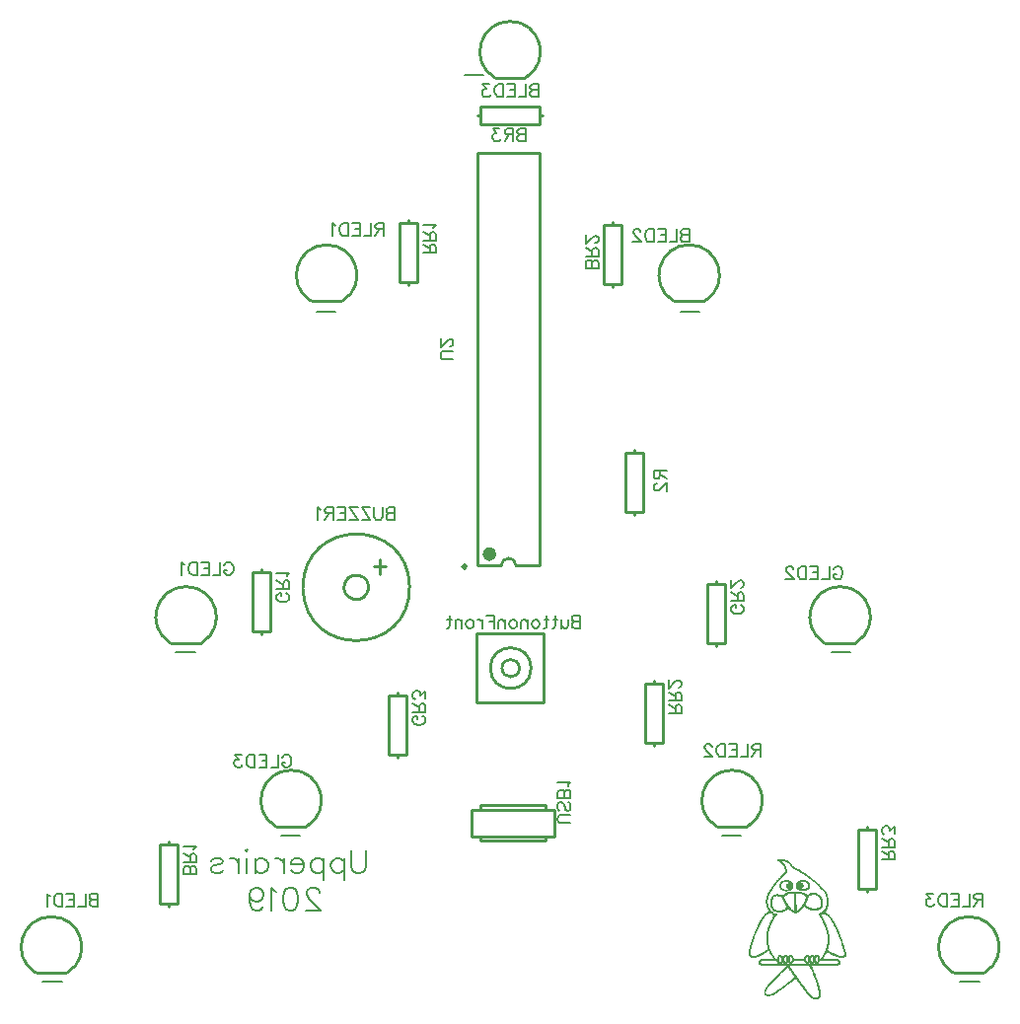
<source format=gbo>
G04 Layer: BottomSilkLayer*
G04 EasyEDA v6.2.35, 2019-08-21T20:42:41--4:00*
G04 b93f31dc4dfb4fa4b1faa3162af4ed07,6e2bf04d41c14c7a8c50f1ceb3267db7,10*
G04 Gerber Generator version 0.2*
G04 Scale: 100 percent, Rotated: No, Reflected: No *
G04 Dimensions in millimeters *
G04 leading zeros omitted , absolute positions ,3 integer and 3 decimal *
%FSLAX33Y33*%
%MOMM*%
G90*
G71D02*

%ADD10C,0.254000*%
%ADD21C,0.599999*%
%ADD22C,0.299999*%
%ADD23C,0.203200*%
%ADD24C,0.152400*%

%LPD*%

%LPD*%
G36*
G01X70653Y16140D02*
G01X70595Y16141D01*
G01X70542Y16139D01*
G01X70496Y16135D01*
G01X70458Y16129D01*
G01X70430Y16122D01*
G01X70397Y16104D01*
G01X70379Y16082D01*
G01X70376Y16054D01*
G01X70387Y16024D01*
G01X70412Y15989D01*
G01X70451Y15952D01*
G01X70504Y15913D01*
G01X70570Y15870D01*
G01X70626Y15835D01*
G01X70679Y15796D01*
G01X70729Y15754D01*
G01X70776Y15708D01*
G01X70819Y15660D01*
G01X70858Y15610D01*
G01X70894Y15556D01*
G01X70926Y15501D01*
G01X70954Y15443D01*
G01X70978Y15384D01*
G01X70998Y15322D01*
G01X71013Y15259D01*
G01X71050Y15080D01*
G01X70638Y14662D01*
G01X70582Y14606D01*
G01X70528Y14549D01*
G01X70475Y14492D01*
G01X70422Y14434D01*
G01X70370Y14376D01*
G01X70319Y14318D01*
G01X70270Y14261D01*
G01X70221Y14203D01*
G01X70173Y14144D01*
G01X70126Y14086D01*
G01X70081Y14029D01*
G01X70036Y13971D01*
G01X69993Y13914D01*
G01X69952Y13856D01*
G01X69910Y13799D01*
G01X69871Y13743D01*
G01X69833Y13686D01*
G01X69761Y13576D01*
G01X69727Y13521D01*
G01X69695Y13467D01*
G01X69664Y13414D01*
G01X69634Y13361D01*
G01X69606Y13309D01*
G01X69580Y13258D01*
G01X69555Y13207D01*
G01X69532Y13158D01*
G01X69511Y13109D01*
G01X69491Y13062D01*
G01X69473Y13015D01*
G01X69456Y12970D01*
G01X69442Y12926D01*
G01X69429Y12883D01*
G01X69419Y12841D01*
G01X69410Y12801D01*
G01X69403Y12762D01*
G01X69394Y12693D01*
G01X69388Y12624D01*
G01X69385Y12556D01*
G01X69385Y12489D01*
G01X69387Y12423D01*
G01X69393Y12357D01*
G01X69402Y12292D01*
G01X69414Y12227D01*
G01X69429Y12164D01*
G01X69447Y12102D01*
G01X69468Y12040D01*
G01X69492Y11980D01*
G01X69519Y11920D01*
G01X69549Y11861D01*
G01X69581Y11803D01*
G01X69617Y11746D01*
G01X69649Y11695D01*
G01X69656Y11666D01*
G01X69637Y11649D01*
G01X69587Y11635D01*
G01X69552Y11622D01*
G01X69511Y11599D01*
G01X69464Y11567D01*
G01X69414Y11527D01*
G01X69361Y11481D01*
G01X69306Y11429D01*
G01X69252Y11373D01*
G01X69197Y11314D01*
G01X69144Y11252D01*
G01X69094Y11189D01*
G01X69047Y11127D01*
G01X69006Y11065D01*
G01X68981Y11025D01*
G01X68931Y10943D01*
G01X68907Y10901D01*
G01X68882Y10859D01*
G01X68834Y10773D01*
G01X68811Y10728D01*
G01X68787Y10684D01*
G01X68763Y10638D01*
G01X68740Y10592D01*
G01X68717Y10545D01*
G01X68693Y10497D01*
G01X68647Y10399D01*
G01X68601Y10297D01*
G01X68577Y10244D01*
G01X68555Y10191D01*
G01X68531Y10136D01*
G01X68508Y10080D01*
G01X68484Y10023D01*
G01X68461Y9965D01*
G01X68438Y9906D01*
G01X68390Y9784D01*
G01X68366Y9720D01*
G01X68342Y9655D01*
G01X68318Y9589D01*
G01X68293Y9522D01*
G01X68269Y9453D01*
G01X68244Y9383D01*
G01X68219Y9311D01*
G01X68193Y9237D01*
G01X68167Y9162D01*
G01X68142Y9085D01*
G01X68111Y8993D01*
G01X68083Y8906D01*
G01X68057Y8824D01*
G01X68033Y8746D01*
G01X68010Y8673D01*
G01X67991Y8603D01*
G01X67972Y8537D01*
G01X67957Y8475D01*
G01X67942Y8417D01*
G01X67930Y8363D01*
G01X67920Y8311D01*
G01X67911Y8264D01*
G01X67905Y8219D01*
G01X67900Y8177D01*
G01X67897Y8139D01*
G01X67896Y8103D01*
G01X67897Y8070D01*
G01X67899Y8039D01*
G01X67903Y8010D01*
G01X67908Y7984D01*
G01X67927Y7930D01*
G01X67954Y7877D01*
G01X67988Y7829D01*
G01X68029Y7785D01*
G01X68074Y7746D01*
G01X68124Y7714D01*
G01X68176Y7691D01*
G01X68228Y7677D01*
G01X68275Y7671D01*
G01X68321Y7667D01*
G01X68367Y7666D01*
G01X68413Y7668D01*
G01X68461Y7673D01*
G01X68509Y7682D01*
G01X68560Y7694D01*
G01X68611Y7709D01*
G01X68666Y7729D01*
G01X68723Y7752D01*
G01X68783Y7778D01*
G01X68847Y7809D01*
G01X68914Y7844D01*
G01X68985Y7884D01*
G01X69062Y7927D01*
G01X69143Y7975D01*
G01X69254Y8043D01*
G01X69349Y8099D01*
G01X69429Y8146D01*
G01X69494Y8183D01*
G01X69547Y8212D01*
G01X69588Y8233D01*
G01X69620Y8246D01*
G01X69643Y8253D01*
G01X69658Y8253D01*
G01X69667Y8249D01*
G01X69672Y8239D01*
G01X69673Y8225D01*
G01X69686Y8185D01*
G01X69722Y8110D01*
G01X69775Y8011D01*
G01X69840Y7898D01*
G01X69906Y7788D01*
G01X69959Y7695D01*
G01X69995Y7631D01*
G01X70008Y7604D01*
G01X69997Y7602D01*
G01X69966Y7600D01*
G01X69917Y7598D01*
G01X69851Y7596D01*
G01X69773Y7595D01*
G01X69682Y7594D01*
G01X69582Y7593D01*
G01X68942Y7593D01*
G01X68838Y7474D01*
G01X68798Y7424D01*
G01X68765Y7377D01*
G01X68743Y7336D01*
G01X68734Y7309D01*
G01X68747Y7228D01*
G01X68783Y7150D01*
G01X68838Y7079D01*
G01X68909Y7023D01*
G01X68924Y7014D01*
G01X68956Y6998D01*
G01X68975Y6992D01*
G01X68995Y6986D01*
G01X69018Y6981D01*
G01X69046Y6976D01*
G01X69077Y6972D01*
G01X69114Y6969D01*
G01X69157Y6966D01*
G01X69207Y6964D01*
G01X69264Y6962D01*
G01X69329Y6960D01*
G01X69402Y6959D01*
G01X69486Y6957D01*
G01X69580Y6957D01*
G01X69685Y6956D01*
G01X71126Y6956D01*
G01X70595Y6444D01*
G01X70529Y6381D01*
G01X70465Y6319D01*
G01X70403Y6257D01*
G01X70341Y6198D01*
G01X70223Y6080D01*
G01X70166Y6022D01*
G01X70111Y5966D01*
G01X70058Y5912D01*
G01X70005Y5857D01*
G01X69955Y5805D01*
G01X69906Y5753D01*
G01X69859Y5703D01*
G01X69814Y5654D01*
G01X69770Y5606D01*
G01X69728Y5559D01*
G01X69687Y5515D01*
G01X69649Y5471D01*
G01X69613Y5428D01*
G01X69578Y5388D01*
G01X69545Y5348D01*
G01X69514Y5310D01*
G01X69485Y5274D01*
G01X69458Y5239D01*
G01X69432Y5206D01*
G01X69409Y5174D01*
G01X69388Y5144D01*
G01X69369Y5115D01*
G01X69352Y5089D01*
G01X69337Y5064D01*
G01X69324Y5041D01*
G01X69314Y5019D01*
G01X69278Y4935D01*
G01X69252Y4856D01*
G01X69234Y4781D01*
G01X69226Y4712D01*
G01X69226Y4649D01*
G01X69234Y4591D01*
G01X69252Y4540D01*
G01X69278Y4495D01*
G01X69312Y4457D01*
G01X69356Y4426D01*
G01X69407Y4402D01*
G01X69467Y4387D01*
G01X69510Y4381D01*
G01X69559Y4379D01*
G01X69613Y4381D01*
G01X69671Y4387D01*
G01X69732Y4396D01*
G01X69793Y4408D01*
G01X69855Y4422D01*
G01X69917Y4439D01*
G01X69975Y4458D01*
G01X70031Y4479D01*
G01X70083Y4502D01*
G01X70129Y4526D01*
G01X70152Y4540D01*
G01X70180Y4557D01*
G01X70212Y4578D01*
G01X70247Y4601D01*
G01X70285Y4627D01*
G01X70327Y4656D01*
G01X70372Y4687D01*
G01X70419Y4720D01*
G01X70469Y4755D01*
G01X70522Y4792D01*
G01X70575Y4832D01*
G01X70631Y4872D01*
G01X70689Y4913D01*
G01X70747Y4956D01*
G01X70807Y5000D01*
G01X70866Y5044D01*
G01X71049Y5179D01*
G01X71110Y5225D01*
G01X71170Y5271D01*
G01X71288Y5361D01*
G01X71344Y5405D01*
G01X71400Y5448D01*
G01X71454Y5490D01*
G01X71506Y5531D01*
G01X71556Y5571D01*
G01X71635Y5633D01*
G01X71709Y5692D01*
G01X71777Y5745D01*
G01X71838Y5791D01*
G01X71889Y5829D01*
G01X71928Y5858D01*
G01X71954Y5876D01*
G01X71966Y5883D01*
G01X71987Y5862D01*
G01X72030Y5806D01*
G01X72089Y5724D01*
G01X72158Y5623D01*
G01X72190Y5575D01*
G01X72224Y5526D01*
G01X72260Y5476D01*
G01X72296Y5423D01*
G01X72334Y5371D01*
G01X72373Y5317D01*
G01X72413Y5262D01*
G01X72454Y5206D01*
G01X72497Y5150D01*
G01X72539Y5093D01*
G01X72583Y5036D01*
G01X72671Y4921D01*
G01X72717Y4864D01*
G01X72807Y4750D01*
G01X72853Y4694D01*
G01X72898Y4638D01*
G01X72944Y4583D01*
G01X72989Y4529D01*
G01X73050Y4456D01*
G01X73106Y4395D01*
G01X73157Y4343D01*
G01X73206Y4299D01*
G01X73254Y4261D01*
G01X73303Y4227D01*
G01X73355Y4197D01*
G01X73411Y4168D01*
G01X73483Y4136D01*
G01X73551Y4111D01*
G01X73615Y4093D01*
G01X73675Y4081D01*
G01X73731Y4077D01*
G01X73782Y4079D01*
G01X73831Y4088D01*
G01X73875Y4104D01*
G01X73915Y4126D01*
G01X73953Y4156D01*
G01X73986Y4193D01*
G01X74016Y4237D01*
G01X74042Y4288D01*
G01X74065Y4346D01*
G01X74084Y4410D01*
G01X74100Y4483D01*
G01X74109Y4536D01*
G01X74114Y4586D01*
G01X74115Y4636D01*
G01X74112Y4690D01*
G01X74103Y4751D01*
G01X74089Y4822D01*
G01X74070Y4908D01*
G01X74045Y5010D01*
G01X74029Y5074D01*
G01X74012Y5137D01*
G01X73995Y5201D01*
G01X73957Y5330D01*
G01X73937Y5396D01*
G01X73917Y5461D01*
G01X73896Y5526D01*
G01X73875Y5592D01*
G01X73830Y5723D01*
G01X73807Y5788D01*
G01X73783Y5854D01*
G01X73734Y5984D01*
G01X73709Y6048D01*
G01X73657Y6176D01*
G01X73631Y6239D01*
G01X73577Y6363D01*
G01X73549Y6425D01*
G01X73522Y6485D01*
G01X73494Y6545D01*
G01X73298Y6956D01*
G01X74925Y6956D01*
G01X75024Y6957D01*
G01X75111Y6958D01*
G01X75189Y6960D01*
G01X75258Y6961D01*
G01X75317Y6963D01*
G01X75369Y6966D01*
G01X75414Y6968D01*
G01X75452Y6972D01*
G01X75485Y6976D01*
G01X75513Y6980D01*
G01X75537Y6985D01*
G01X75558Y6991D01*
G01X75576Y6998D01*
G01X75592Y7005D01*
G01X75608Y7013D01*
G01X75623Y7022D01*
G01X75674Y7058D01*
G01X75716Y7098D01*
G01X75748Y7139D01*
G01X75772Y7183D01*
G01X75785Y7228D01*
G01X75791Y7274D01*
G01X75786Y7320D01*
G01X75772Y7364D01*
G01X75749Y7408D01*
G01X75717Y7450D01*
G01X75675Y7489D01*
G01X75624Y7525D01*
G01X75601Y7540D01*
G01X75576Y7551D01*
G01X75549Y7562D01*
G01X75518Y7570D01*
G01X75482Y7577D01*
G01X75437Y7582D01*
G01X75385Y7586D01*
G01X75321Y7589D01*
G01X75245Y7591D01*
G01X75154Y7592D01*
G01X75048Y7592D01*
G01X74924Y7593D01*
G01X74333Y7593D01*
G01X74471Y7869D01*
G01X74526Y7978D01*
G01X74571Y8068D01*
G01X74604Y8131D01*
G01X74620Y8157D01*
G01X74630Y8155D01*
G01X74657Y8144D01*
G01X74699Y8126D01*
G01X74753Y8101D01*
G01X74818Y8070D01*
G01X74892Y8034D01*
G01X75059Y7950D01*
G01X75146Y7906D01*
G01X75225Y7867D01*
G01X75297Y7833D01*
G01X75363Y7802D01*
G01X75424Y7774D01*
G01X75480Y7751D01*
G01X75532Y7731D01*
G01X75581Y7713D01*
G01X75627Y7699D01*
G01X75672Y7687D01*
G01X75715Y7678D01*
G01X75757Y7671D01*
G01X75800Y7666D01*
G01X75844Y7663D01*
G01X75889Y7661D01*
G01X75936Y7660D01*
G01X76018Y7665D01*
G01X76089Y7678D01*
G01X76148Y7702D01*
G01X76195Y7735D01*
G01X76232Y7778D01*
G01X76257Y7832D01*
G01X76273Y7896D01*
G01X76278Y7970D01*
G01X76277Y7994D01*
G01X76274Y8021D01*
G01X76270Y8052D01*
G01X76264Y8087D01*
G01X76257Y8126D01*
G01X76248Y8169D01*
G01X76237Y8214D01*
G01X76225Y8262D01*
G01X76212Y8313D01*
G01X76198Y8367D01*
G01X76183Y8424D01*
G01X76166Y8483D01*
G01X76148Y8543D01*
G01X76129Y8606D01*
G01X76110Y8671D01*
G01X76089Y8737D01*
G01X76068Y8805D01*
G01X76046Y8874D01*
G01X76023Y8943D01*
G01X75999Y9014D01*
G01X75975Y9086D01*
G01X75951Y9157D01*
G01X75926Y9229D01*
G01X75900Y9302D01*
G01X75874Y9374D01*
G01X75823Y9517D01*
G01X75769Y9659D01*
G01X75743Y9728D01*
G01X75716Y9796D01*
G01X75690Y9862D01*
G01X75664Y9927D01*
G01X75638Y9991D01*
G01X75612Y10052D01*
G01X75587Y10112D01*
G01X75562Y10169D01*
G01X75538Y10224D01*
G01X75514Y10276D01*
G01X75490Y10326D01*
G01X75451Y10406D01*
G01X75410Y10485D01*
G01X75369Y10561D01*
G01X75328Y10636D01*
G01X75287Y10710D01*
G01X75244Y10780D01*
G01X75202Y10849D01*
G01X75160Y10915D01*
G01X75117Y10978D01*
G01X75075Y11039D01*
G01X75033Y11097D01*
G01X74991Y11152D01*
G01X74949Y11204D01*
G01X74909Y11253D01*
G01X74868Y11298D01*
G01X74828Y11340D01*
G01X74789Y11379D01*
G01X74752Y11413D01*
G01X74715Y11444D01*
G01X74678Y11471D01*
G01X74643Y11494D01*
G01X74610Y11512D01*
G01X74578Y11526D01*
G01X74547Y11536D01*
G01X74516Y11545D01*
G01X74491Y11554D01*
G01X74474Y11563D01*
G01X74467Y11570D01*
G01X74475Y11586D01*
G01X74497Y11620D01*
G01X74529Y11667D01*
G01X74568Y11723D01*
G01X74594Y11760D01*
G01X74618Y11799D01*
G01X74640Y11840D01*
G01X74660Y11883D01*
G01X74678Y11927D01*
G01X74696Y11973D01*
G01X74711Y12020D01*
G01X74724Y12070D01*
G01X74736Y12120D01*
G01X74746Y12172D01*
G01X74754Y12226D01*
G01X74760Y12281D01*
G01X74765Y12337D01*
G01X74768Y12395D01*
G01X74769Y12454D01*
G01X74768Y12514D01*
G01X74766Y12575D01*
G01X74762Y12638D01*
G01X74756Y12702D01*
G01X74748Y12767D01*
G01X74739Y12833D01*
G01X74727Y12900D01*
G01X74714Y12968D01*
G01X74699Y13037D01*
G01X74629Y13343D01*
G01X74188Y13779D01*
G01X74101Y13864D01*
G01X74013Y13948D01*
G01X73969Y13989D01*
G01X73924Y14030D01*
G01X73833Y14111D01*
G01X73695Y14231D01*
G01X73648Y14271D01*
G01X73602Y14310D01*
G01X73554Y14348D01*
G01X73507Y14387D01*
G01X73411Y14463D01*
G01X73362Y14501D01*
G01X73314Y14538D01*
G01X73265Y14575D01*
G01X73166Y14649D01*
G01X73066Y14721D01*
G01X72966Y14791D01*
G01X72915Y14826D01*
G01X72812Y14896D01*
G01X72761Y14929D01*
G01X72709Y14963D01*
G01X72552Y15062D01*
G01X72393Y15158D01*
G01X72231Y15251D01*
G01X72178Y15282D01*
G01X72123Y15312D01*
G01X72014Y15370D01*
G01X71932Y15415D01*
G01X71864Y15454D01*
G01X71806Y15491D01*
G01X71757Y15527D01*
G01X71716Y15563D01*
G01X71679Y15601D01*
G01X71645Y15643D01*
G01X71611Y15690D01*
G01X71577Y15739D01*
G01X71539Y15785D01*
G01X71499Y15829D01*
G01X71457Y15870D01*
G01X71413Y15909D01*
G01X71367Y15945D01*
G01X71319Y15978D01*
G01X71269Y16008D01*
G01X71219Y16034D01*
G01X71166Y16058D01*
G01X71113Y16078D01*
G01X71058Y16094D01*
G01X71012Y16105D01*
G01X70959Y16115D01*
G01X70901Y16123D01*
G01X70840Y16129D01*
G01X70777Y16135D01*
G01X70714Y16139D01*
G01X70653Y16140D01*
G37*

%LPC*%
G36*
G01X73094Y6956D02*
G01X72251Y6956D01*
G01X72094Y6955D01*
G01X71957Y6955D01*
G01X71838Y6954D01*
G01X71738Y6952D01*
G01X71654Y6950D01*
G01X71585Y6947D01*
G01X71531Y6944D01*
G01X71490Y6940D01*
G01X71462Y6935D01*
G01X71445Y6929D01*
G01X71438Y6921D01*
G01X71441Y6914D01*
G01X71482Y6860D01*
G01X71524Y6805D01*
G01X71650Y6637D01*
G01X71691Y6581D01*
G01X71774Y6469D01*
G01X71814Y6414D01*
G01X71892Y6306D01*
G01X71929Y6254D01*
G01X71965Y6203D01*
G01X72000Y6153D01*
G01X72033Y6105D01*
G01X72065Y6058D01*
G01X72095Y6014D01*
G01X72123Y5972D01*
G01X72149Y5932D01*
G01X72173Y5895D01*
G01X72203Y5849D01*
G01X72269Y5750D01*
G01X72305Y5699D01*
G01X72341Y5645D01*
G01X72379Y5590D01*
G01X72419Y5535D01*
G01X72459Y5479D01*
G01X72500Y5422D01*
G01X72585Y5307D01*
G01X72627Y5250D01*
G01X72713Y5136D01*
G01X72755Y5080D01*
G01X72798Y5025D01*
G01X72840Y4971D01*
G01X72881Y4919D01*
G01X72921Y4868D01*
G01X72960Y4819D01*
G01X72999Y4772D01*
G01X73035Y4727D01*
G01X73071Y4685D01*
G01X73104Y4646D01*
G01X73136Y4609D01*
G01X73166Y4575D01*
G01X73194Y4545D01*
G01X73220Y4518D01*
G01X73273Y4465D01*
G01X73328Y4418D01*
G01X73382Y4376D01*
G01X73434Y4339D01*
G01X73487Y4309D01*
G01X73537Y4284D01*
G01X73586Y4265D01*
G01X73633Y4251D01*
G01X73677Y4244D01*
G01X73719Y4242D01*
G01X73757Y4247D01*
G01X73792Y4258D01*
G01X73824Y4275D01*
G01X73850Y4299D01*
G01X73873Y4329D01*
G01X73891Y4365D01*
G01X73908Y4413D01*
G01X73922Y4459D01*
G01X73932Y4502D01*
G01X73939Y4544D01*
G01X73942Y4589D01*
G01X73941Y4636D01*
G01X73936Y4689D01*
G01X73928Y4748D01*
G01X73914Y4816D01*
G01X73897Y4893D01*
G01X73876Y4982D01*
G01X73849Y5085D01*
G01X73831Y5158D01*
G01X73791Y5302D01*
G01X73769Y5375D01*
G01X73748Y5447D01*
G01X73725Y5518D01*
G01X73703Y5589D01*
G01X73680Y5660D01*
G01X73656Y5730D01*
G01X73633Y5799D01*
G01X73608Y5867D01*
G01X73584Y5935D01*
G01X73558Y6001D01*
G01X73533Y6067D01*
G01X73508Y6132D01*
G01X73456Y6258D01*
G01X73429Y6319D01*
G01X73402Y6379D01*
G01X73376Y6437D01*
G01X73349Y6494D01*
G01X73322Y6550D01*
G01X73295Y6604D01*
G01X73268Y6656D01*
G01X73241Y6707D01*
G01X73214Y6755D01*
G01X73188Y6802D01*
G01X73161Y6847D01*
G01X73094Y6956D01*
G37*
G36*
G01X71269Y6814D02*
G01X71255Y6822D01*
G01X71246Y6818D01*
G01X71230Y6806D01*
G01X71206Y6786D01*
G01X71176Y6760D01*
G01X71139Y6727D01*
G01X71096Y6688D01*
G01X71047Y6643D01*
G01X70994Y6593D01*
G01X70936Y6537D01*
G01X70873Y6477D01*
G01X70807Y6413D01*
G01X70737Y6345D01*
G01X70664Y6273D01*
G01X70588Y6199D01*
G01X70367Y5978D01*
G01X70304Y5914D01*
G01X70180Y5788D01*
G01X70120Y5726D01*
G01X70062Y5666D01*
G01X70005Y5607D01*
G01X69951Y5550D01*
G01X69899Y5495D01*
G01X69849Y5443D01*
G01X69803Y5393D01*
G01X69759Y5346D01*
G01X69719Y5301D01*
G01X69682Y5260D01*
G01X69648Y5223D01*
G01X69619Y5189D01*
G01X69593Y5159D01*
G01X69573Y5134D01*
G01X69556Y5113D01*
G01X69545Y5097D01*
G01X69497Y5018D01*
G01X69458Y4944D01*
G01X69427Y4873D01*
G01X69404Y4807D01*
G01X69391Y4747D01*
G01X69387Y4692D01*
G01X69392Y4645D01*
G01X69407Y4604D01*
G01X69433Y4567D01*
G01X69473Y4548D01*
G01X69541Y4543D01*
G01X69653Y4550D01*
G01X69742Y4561D01*
G01X69833Y4579D01*
G01X69915Y4602D01*
G01X69976Y4626D01*
G01X70005Y4642D01*
G01X70040Y4662D01*
G01X70080Y4687D01*
G01X70124Y4716D01*
G01X70173Y4748D01*
G01X70225Y4783D01*
G01X70281Y4822D01*
G01X70340Y4864D01*
G01X70403Y4907D01*
G01X70467Y4953D01*
G01X70534Y5002D01*
G01X70603Y5051D01*
G01X70673Y5103D01*
G01X70745Y5156D01*
G01X70816Y5209D01*
G01X70888Y5263D01*
G01X70961Y5318D01*
G01X71033Y5372D01*
G01X71104Y5426D01*
G01X71174Y5480D01*
G01X71242Y5534D01*
G01X71309Y5585D01*
G01X71374Y5636D01*
G01X71436Y5685D01*
G01X71495Y5733D01*
G01X71551Y5778D01*
G01X71604Y5821D01*
G01X71652Y5861D01*
G01X71696Y5898D01*
G01X71735Y5932D01*
G01X71769Y5963D01*
G01X71798Y5990D01*
G01X71822Y6013D01*
G01X71838Y6031D01*
G01X71848Y6045D01*
G01X71852Y6054D01*
G01X71846Y6072D01*
G01X71828Y6104D01*
G01X71801Y6146D01*
G01X71765Y6199D01*
G01X71723Y6257D01*
G01X71675Y6322D01*
G01X71624Y6391D01*
G01X71571Y6460D01*
G01X71517Y6528D01*
G01X71464Y6594D01*
G01X71414Y6655D01*
G01X71367Y6710D01*
G01X71327Y6756D01*
G01X71293Y6791D01*
G01X71269Y6814D01*
G37*
G36*
G01X75047Y7390D02*
G01X74775Y7390D01*
G01X74048Y7389D01*
G01X73900Y7157D01*
G01X74870Y7157D01*
G01X75014Y7158D01*
G01X75136Y7159D01*
G01X75237Y7160D01*
G01X75318Y7163D01*
G01X75383Y7167D01*
G01X75434Y7171D01*
G01X75473Y7177D01*
G01X75501Y7186D01*
G01X75523Y7195D01*
G01X75540Y7206D01*
G01X75553Y7220D01*
G01X75583Y7256D01*
G01X75593Y7282D01*
G01X75584Y7306D01*
G01X75556Y7337D01*
G01X75543Y7348D01*
G01X75526Y7358D01*
G01X75502Y7365D01*
G01X75472Y7372D01*
G01X75433Y7378D01*
G01X75383Y7382D01*
G01X75321Y7385D01*
G01X75245Y7387D01*
G01X75155Y7389D01*
G01X75047Y7390D01*
G37*
G36*
G01X72640Y7389D02*
G01X71792Y7392D01*
G01X71653Y7157D01*
G01X72788Y7157D01*
G01X72640Y7389D01*
G37*
G36*
G01X70401Y7273D02*
G01X70326Y7390D01*
G01X69660Y7382D01*
G01X69520Y7381D01*
G01X69401Y7379D01*
G01X69300Y7377D01*
G01X69217Y7374D01*
G01X69149Y7371D01*
G01X69094Y7366D01*
G01X69052Y7361D01*
G01X69019Y7355D01*
G01X68995Y7347D01*
G01X68978Y7338D01*
G01X68965Y7327D01*
G01X68956Y7314D01*
G01X68940Y7282D01*
G01X68939Y7256D01*
G01X68953Y7232D01*
G01X68983Y7205D01*
G01X68999Y7196D01*
G01X69020Y7188D01*
G01X69047Y7182D01*
G01X69082Y7175D01*
G01X69126Y7171D01*
G01X69179Y7167D01*
G01X69243Y7163D01*
G01X69319Y7161D01*
G01X69407Y7159D01*
G01X69510Y7158D01*
G01X69628Y7157D01*
G01X70474Y7157D01*
G01X70401Y7273D01*
G37*
G36*
G01X73147Y7279D02*
G01X73143Y7281D01*
G01X73139Y7274D01*
G01X73128Y7259D01*
G01X73113Y7239D01*
G01X73096Y7216D01*
G01X73075Y7184D01*
G01X73073Y7167D01*
G01X73094Y7159D01*
G01X73139Y7157D01*
G01X73185Y7159D01*
G01X73206Y7168D01*
G01X73206Y7188D01*
G01X73187Y7223D01*
G01X73170Y7248D01*
G01X73157Y7267D01*
G01X73147Y7279D01*
G37*
G36*
G01X71305Y7254D02*
G01X71299Y7258D01*
G01X71292Y7254D01*
G01X71280Y7242D01*
G01X71266Y7227D01*
G01X71248Y7207D01*
G01X71231Y7182D01*
G01X71231Y7166D01*
G01X71253Y7159D01*
G01X71299Y7157D01*
G01X71344Y7159D01*
G01X71367Y7166D01*
G01X71367Y7182D01*
G01X71349Y7207D01*
G01X71332Y7227D01*
G01X71305Y7254D01*
G37*
G36*
G01X70859Y7254D02*
G01X70846Y7258D01*
G01X70833Y7254D01*
G01X70816Y7242D01*
G01X70797Y7227D01*
G01X70779Y7207D01*
G01X70762Y7181D01*
G01X70764Y7166D01*
G01X70792Y7159D01*
G01X70846Y7157D01*
G01X70901Y7159D01*
G01X70928Y7166D01*
G01X70931Y7181D01*
G01X70913Y7207D01*
G01X70895Y7227D01*
G01X70877Y7242D01*
G01X70859Y7254D01*
G37*
G36*
G01X73575Y7221D02*
G01X73562Y7224D01*
G01X73549Y7221D01*
G01X73535Y7214D01*
G01X73522Y7203D01*
G01X73512Y7191D01*
G01X73510Y7177D01*
G01X73518Y7167D01*
G01X73536Y7160D01*
G01X73562Y7157D01*
G01X73588Y7160D01*
G01X73606Y7167D01*
G01X73615Y7177D01*
G01X73612Y7191D01*
G01X73602Y7203D01*
G01X73589Y7214D01*
G01X73575Y7221D01*
G37*
G36*
G01X72942Y7747D02*
G01X72919Y7754D01*
G01X72896Y7741D01*
G01X72874Y7706D01*
G01X72854Y7649D01*
G01X72848Y7557D01*
G01X72861Y7450D01*
G01X72889Y7361D01*
G01X72923Y7325D01*
G01X72951Y7341D01*
G01X72973Y7385D01*
G01X72987Y7454D01*
G01X72992Y7543D01*
G01X72988Y7618D01*
G01X72978Y7678D01*
G01X72961Y7722D01*
G01X72942Y7747D01*
G37*
G36*
G01X71543Y7738D02*
G01X71508Y7752D01*
G01X71491Y7737D01*
G01X71476Y7705D01*
G01X71463Y7661D01*
G01X71456Y7610D01*
G01X71454Y7504D01*
G01X71464Y7413D01*
G01X71484Y7349D01*
G01X71512Y7325D01*
G01X71542Y7349D01*
G01X71577Y7408D01*
G01X71606Y7480D01*
G01X71617Y7542D01*
G01X71606Y7615D01*
G01X71578Y7686D01*
G01X71543Y7738D01*
G37*
G36*
G01X73377Y7759D02*
G01X73355Y7759D01*
G01X73331Y7740D01*
G01X73308Y7701D01*
G01X73288Y7641D01*
G01X73280Y7594D01*
G01X73279Y7540D01*
G01X73285Y7484D01*
G01X73297Y7433D01*
G01X73321Y7375D01*
G01X73343Y7339D01*
G01X73366Y7327D01*
G01X73386Y7336D01*
G01X73403Y7366D01*
G01X73416Y7417D01*
G01X73425Y7486D01*
G01X73428Y7573D01*
G01X73424Y7645D01*
G01X73413Y7701D01*
G01X73397Y7739D01*
G01X73377Y7759D01*
G37*
G36*
G01X70636Y7748D02*
G01X70617Y7756D01*
G01X70595Y7744D01*
G01X70572Y7713D01*
G01X70550Y7662D01*
G01X70537Y7611D01*
G01X70533Y7557D01*
G01X70536Y7502D01*
G01X70548Y7444D01*
G01X70569Y7383D01*
G01X70591Y7346D01*
G01X70613Y7329D01*
G01X70633Y7334D01*
G01X70652Y7359D01*
G01X70666Y7402D01*
G01X70675Y7464D01*
G01X70679Y7543D01*
G01X70675Y7618D01*
G01X70667Y7678D01*
G01X70654Y7722D01*
G01X70636Y7748D01*
G37*
G36*
G01X73798Y7741D02*
G01X73767Y7758D01*
G01X73740Y7747D01*
G01X73716Y7707D01*
G01X73700Y7632D01*
G01X73698Y7543D01*
G01X73709Y7455D01*
G01X73734Y7383D01*
G01X73756Y7345D01*
G01X73773Y7331D01*
G01X73792Y7341D01*
G01X73818Y7375D01*
G01X73849Y7444D01*
G01X73862Y7529D01*
G01X73856Y7617D01*
G01X73829Y7696D01*
G01X73798Y7741D01*
G37*
G36*
G01X71106Y7746D02*
G01X71079Y7761D01*
G01X71065Y7755D01*
G01X71048Y7741D01*
G01X71031Y7721D01*
G01X71015Y7696D01*
G01X70990Y7632D01*
G01X70982Y7564D01*
G01X70990Y7489D01*
G01X71014Y7407D01*
G01X71034Y7363D01*
G01X71051Y7342D01*
G01X71072Y7341D01*
G01X71098Y7358D01*
G01X71123Y7394D01*
G01X71139Y7448D01*
G01X71147Y7514D01*
G01X71147Y7583D01*
G01X71140Y7650D01*
G01X71127Y7707D01*
G01X71106Y7746D01*
G37*
G36*
G01X70857Y15965D02*
G01X70828Y15966D01*
G01X70814Y15959D01*
G01X70814Y15944D01*
G01X70828Y15918D01*
G01X70856Y15883D01*
G01X70896Y15836D01*
G01X70935Y15792D01*
G01X70971Y15744D01*
G01X71005Y15694D01*
G01X71037Y15640D01*
G01X71067Y15586D01*
G01X71095Y15529D01*
G01X71119Y15471D01*
G01X71142Y15413D01*
G01X71161Y15353D01*
G01X71177Y15294D01*
G01X71190Y15234D01*
G01X71199Y15175D01*
G01X71223Y14996D01*
G01X70927Y14722D01*
G01X70883Y14681D01*
G01X70751Y14552D01*
G01X70665Y14464D01*
G01X70581Y14374D01*
G01X70539Y14328D01*
G01X70498Y14282D01*
G01X70458Y14236D01*
G01X70417Y14188D01*
G01X70378Y14141D01*
G01X70300Y14046D01*
G01X70261Y13997D01*
G01X70186Y13899D01*
G01X70150Y13850D01*
G01X70042Y13700D01*
G01X70008Y13649D01*
G01X69941Y13548D01*
G01X69908Y13496D01*
G01X69876Y13445D01*
G01X69844Y13393D01*
G01X69813Y13342D01*
G01X69783Y13289D01*
G01X69753Y13237D01*
G01X69724Y13185D01*
G01X69694Y13126D01*
G01X69667Y13066D01*
G01X69642Y13005D01*
G01X69620Y12943D01*
G01X69602Y12881D01*
G01X69587Y12818D01*
G01X69574Y12755D01*
G01X69565Y12691D01*
G01X69558Y12627D01*
G01X69555Y12563D01*
G01X69555Y12500D01*
G01X69558Y12436D01*
G01X69564Y12373D01*
G01X69573Y12310D01*
G01X69585Y12248D01*
G01X69600Y12186D01*
G01X69618Y12125D01*
G01X69639Y12065D01*
G01X69664Y12007D01*
G01X69691Y11949D01*
G01X69714Y11910D01*
G01X69747Y11864D01*
G01X69788Y11812D01*
G01X69835Y11758D01*
G01X69886Y11702D01*
G01X69939Y11647D01*
G01X69992Y11595D01*
G01X70042Y11548D01*
G01X70089Y11508D01*
G01X70130Y11477D01*
G01X70163Y11456D01*
G01X70186Y11449D01*
G01X70201Y11454D01*
G01X70224Y11467D01*
G01X70251Y11487D01*
G01X70280Y11511D01*
G01X70317Y11548D01*
G01X70327Y11569D01*
G01X70307Y11583D01*
G01X70255Y11598D01*
G01X70206Y11613D01*
G01X70157Y11634D01*
G01X70112Y11660D01*
G01X70067Y11691D01*
G01X70026Y11727D01*
G01X69986Y11767D01*
G01X69950Y11810D01*
G01X69915Y11857D01*
G01X69884Y11907D01*
G01X69856Y11961D01*
G01X69831Y12016D01*
G01X69809Y12075D01*
G01X69791Y12134D01*
G01X69776Y12195D01*
G01X69766Y12258D01*
G01X69759Y12322D01*
G01X69756Y12386D01*
G01X69758Y12451D01*
G01X69764Y12515D01*
G01X69775Y12579D01*
G01X69800Y12694D01*
G01X69826Y12790D01*
G01X69852Y12868D01*
G01X69880Y12930D01*
G01X69913Y12979D01*
G01X69951Y13017D01*
G01X69994Y13048D01*
G01X70045Y13072D01*
G01X70088Y13087D01*
G01X70133Y13100D01*
G01X70182Y13109D01*
G01X70232Y13116D01*
G01X70284Y13121D01*
G01X70337Y13123D01*
G01X70391Y13122D01*
G01X70446Y13118D01*
G01X70501Y13111D01*
G01X70556Y13102D01*
G01X70610Y13090D01*
G01X70664Y13075D01*
G01X70759Y13049D01*
G01X70817Y13044D01*
G01X70861Y13062D01*
G01X70913Y13107D01*
G01X70950Y13140D01*
G01X70991Y13170D01*
G01X71036Y13199D01*
G01X71084Y13225D01*
G01X71137Y13248D01*
G01X71193Y13269D01*
G01X71254Y13289D01*
G01X71318Y13306D01*
G01X71387Y13321D01*
G01X71460Y13333D01*
G01X71538Y13344D01*
G01X71620Y13353D01*
G01X71706Y13359D01*
G01X71789Y13364D01*
G01X71871Y13367D01*
G01X71951Y13367D01*
G01X72029Y13366D01*
G01X72105Y13363D01*
G01X72179Y13358D01*
G01X72250Y13350D01*
G01X72319Y13342D01*
G01X72385Y13330D01*
G01X72449Y13318D01*
G01X72510Y13303D01*
G01X72567Y13287D01*
G01X72622Y13269D01*
G01X72673Y13249D01*
G01X72721Y13227D01*
G01X72765Y13204D01*
G01X72806Y13179D01*
G01X72843Y13152D01*
G01X72876Y13124D01*
G01X72917Y13089D01*
G01X72952Y13079D01*
G01X72998Y13099D01*
G01X73073Y13151D01*
G01X73113Y13177D01*
G01X73148Y13198D01*
G01X73184Y13215D01*
G01X73222Y13226D01*
G01X73263Y13234D01*
G01X73312Y13239D01*
G01X73370Y13241D01*
G01X73441Y13242D01*
G01X73510Y13241D01*
G01X73570Y13238D01*
G01X73623Y13232D01*
G01X73672Y13223D01*
G01X73720Y13210D01*
G01X73769Y13193D01*
G01X73822Y13170D01*
G01X73880Y13142D01*
G01X73939Y13111D01*
G01X73988Y13083D01*
G01X74029Y13055D01*
G01X74063Y13026D01*
G01X74094Y12993D01*
G01X74123Y12955D01*
G01X74151Y12910D01*
G01X74181Y12857D01*
G01X74210Y12802D01*
G01X74232Y12753D01*
G01X74250Y12706D01*
G01X74262Y12660D01*
G01X74272Y12611D01*
G01X74277Y12557D01*
G01X74281Y12494D01*
G01X74282Y12421D01*
G01X74281Y12350D01*
G01X74279Y12288D01*
G01X74274Y12235D01*
G01X74266Y12186D01*
G01X74255Y12141D01*
G01X74241Y12097D01*
G01X74222Y12052D01*
G01X74199Y12003D01*
G01X74174Y11957D01*
G01X74147Y11917D01*
G01X74118Y11882D01*
G01X74085Y11851D01*
G01X74049Y11825D01*
G01X74006Y11802D01*
G01X73958Y11783D01*
G01X73903Y11768D01*
G01X73840Y11755D01*
G01X73768Y11743D01*
G01X73685Y11734D01*
G01X73592Y11727D01*
G01X73517Y11723D01*
G01X73445Y11722D01*
G01X73377Y11725D01*
G01X73312Y11732D01*
G01X73250Y11743D01*
G01X73190Y11759D01*
G01X73131Y11778D01*
G01X73073Y11803D01*
G01X73014Y11832D01*
G01X72956Y11865D01*
G01X72897Y11904D01*
G01X72836Y11949D01*
G01X72664Y12079D01*
G01X72496Y11870D01*
G01X72452Y11818D01*
G01X72405Y11766D01*
G01X72355Y11716D01*
G01X72304Y11668D01*
G01X72252Y11622D01*
G01X72200Y11581D01*
G01X72150Y11543D01*
G01X72103Y11511D01*
G01X72058Y11485D01*
G01X72018Y11465D01*
G01X71984Y11453D01*
G01X71955Y11449D01*
G01X71925Y11454D01*
G01X71885Y11471D01*
G01X71835Y11497D01*
G01X71776Y11534D01*
G01X71709Y11579D01*
G01X71636Y11632D01*
G01X71557Y11693D01*
G01X71475Y11759D01*
G01X71315Y11892D01*
G01X71136Y11757D01*
G01X71087Y11721D01*
G01X71039Y11689D01*
G01X70991Y11661D01*
G01X70944Y11636D01*
G01X70897Y11615D01*
G01X70850Y11597D01*
G01X70801Y11582D01*
G01X70752Y11570D01*
G01X70700Y11560D01*
G01X70648Y11554D01*
G01X70592Y11550D01*
G01X70534Y11549D01*
G01X70448Y11547D01*
G01X70402Y11539D01*
G01X70387Y11518D01*
G01X70394Y11483D01*
G01X70396Y11445D01*
G01X70379Y11399D01*
G01X70342Y11344D01*
G01X70283Y11274D01*
G01X70250Y11237D01*
G01X70218Y11198D01*
G01X70186Y11157D01*
G01X70155Y11113D01*
G01X70123Y11068D01*
G01X70092Y11020D01*
G01X70061Y10971D01*
G01X70031Y10920D01*
G01X70001Y10868D01*
G01X69972Y10814D01*
G01X69943Y10758D01*
G01X69915Y10702D01*
G01X69888Y10645D01*
G01X69836Y10527D01*
G01X69811Y10467D01*
G01X69787Y10406D01*
G01X69743Y10284D01*
G01X69722Y10222D01*
G01X69703Y10161D01*
G01X69684Y10099D01*
G01X69652Y9977D01*
G01X69638Y9917D01*
G01X69624Y9856D01*
G01X69613Y9797D01*
G01X69603Y9738D01*
G01X69595Y9682D01*
G01X69589Y9623D01*
G01X69584Y9563D01*
G01X69581Y9500D01*
G01X69580Y9436D01*
G01X69580Y9370D01*
G01X69581Y9303D01*
G01X69584Y9237D01*
G01X69588Y9170D01*
G01X69593Y9104D01*
G01X69601Y9038D01*
G01X69609Y8973D01*
G01X69619Y8909D01*
G01X69630Y8846D01*
G01X69642Y8786D01*
G01X69656Y8728D01*
G01X69674Y8666D01*
G01X69695Y8600D01*
G01X69720Y8531D01*
G01X69749Y8459D01*
G01X69780Y8384D01*
G01X69814Y8309D01*
G01X69850Y8233D01*
G01X69888Y8158D01*
G01X69926Y8084D01*
G01X69965Y8013D01*
G01X70004Y7944D01*
G01X70043Y7879D01*
G01X70081Y7819D01*
G01X70118Y7764D01*
G01X70153Y7715D01*
G01X70186Y7673D01*
G01X70217Y7639D01*
G01X70244Y7614D01*
G01X70268Y7598D01*
G01X70288Y7593D01*
G01X70309Y7603D01*
G01X70332Y7632D01*
G01X70354Y7675D01*
G01X70373Y7727D01*
G01X70393Y7781D01*
G01X70416Y7828D01*
G01X70444Y7867D01*
G01X70475Y7899D01*
G01X70509Y7923D01*
G01X70544Y7939D01*
G01X70582Y7947D01*
G01X70621Y7946D01*
G01X70660Y7936D01*
G01X70699Y7919D01*
G01X70738Y7892D01*
G01X70777Y7856D01*
G01X70814Y7819D01*
G01X70842Y7809D01*
G01X70876Y7828D01*
G01X70928Y7879D01*
G01X70965Y7910D01*
G01X71003Y7932D01*
G01X71043Y7946D01*
G01X71084Y7950D01*
G01X71126Y7945D01*
G01X71167Y7932D01*
G01X71208Y7909D01*
G01X71248Y7878D01*
G01X71277Y7857D01*
G01X71304Y7853D01*
G01X71336Y7866D01*
G01X71378Y7897D01*
G01X71434Y7934D01*
G01X71491Y7953D01*
G01X71546Y7954D01*
G01X71598Y7939D01*
G01X71647Y7908D01*
G01X71690Y7862D01*
G01X71727Y7801D01*
G01X71756Y7726D01*
G01X71796Y7593D01*
G01X72646Y7593D01*
G01X72687Y7727D01*
G01X72706Y7781D01*
G01X72730Y7828D01*
G01X72758Y7868D01*
G01X72789Y7899D01*
G01X72822Y7923D01*
G01X72858Y7939D01*
G01X72895Y7947D01*
G01X72935Y7946D01*
G01X72974Y7936D01*
G01X73013Y7918D01*
G01X73052Y7891D01*
G01X73091Y7855D01*
G01X73128Y7818D01*
G01X73150Y7804D01*
G01X73168Y7817D01*
G01X73190Y7854D01*
G01X73214Y7889D01*
G01X73246Y7916D01*
G01X73283Y7935D01*
G01X73324Y7945D01*
G01X73368Y7946D01*
G01X73413Y7938D01*
G01X73458Y7922D01*
G01X73501Y7896D01*
G01X73538Y7871D01*
G01X73568Y7855D01*
G01X73588Y7850D01*
G01X73595Y7856D01*
G01X73626Y7899D01*
G01X73700Y7931D01*
G01X73787Y7944D01*
G01X73861Y7930D01*
G01X73919Y7880D01*
G01X73974Y7803D01*
G01X74016Y7718D01*
G01X74031Y7642D01*
G01X74037Y7604D01*
G01X74053Y7588D01*
G01X74078Y7592D01*
G01X74111Y7616D01*
G01X74150Y7658D01*
G01X74193Y7716D01*
G01X74241Y7790D01*
G01X74290Y7878D01*
G01X74319Y7934D01*
G01X74348Y7991D01*
G01X74375Y8048D01*
G01X74401Y8105D01*
G01X74427Y8161D01*
G01X74451Y8218D01*
G01X74474Y8274D01*
G01X74496Y8331D01*
G01X74517Y8387D01*
G01X74537Y8442D01*
G01X74556Y8497D01*
G01X74573Y8552D01*
G01X74590Y8605D01*
G01X74604Y8659D01*
G01X74618Y8711D01*
G01X74631Y8763D01*
G01X74642Y8814D01*
G01X74652Y8864D01*
G01X74660Y8913D01*
G01X74668Y8961D01*
G01X74674Y9012D01*
G01X74682Y9116D01*
G01X74685Y9170D01*
G01X74686Y9224D01*
G01X74685Y9280D01*
G01X74683Y9335D01*
G01X74680Y9391D01*
G01X74676Y9448D01*
G01X74670Y9506D01*
G01X74663Y9564D01*
G01X74655Y9622D01*
G01X74646Y9681D01*
G01X74635Y9741D01*
G01X74623Y9800D01*
G01X74610Y9861D01*
G01X74596Y9921D01*
G01X74564Y10043D01*
G01X74545Y10104D01*
G01X74527Y10166D01*
G01X74506Y10227D01*
G01X74462Y10351D01*
G01X74438Y10413D01*
G01X74413Y10475D01*
G01X74387Y10537D01*
G01X74360Y10599D01*
G01X74332Y10660D01*
G01X74303Y10722D01*
G01X74272Y10784D01*
G01X74241Y10845D01*
G01X74208Y10906D01*
G01X74140Y11028D01*
G01X74103Y11088D01*
G01X74036Y11203D01*
G01X73982Y11303D01*
G01X73945Y11379D01*
G01X73931Y11420D01*
G01X73945Y11444D01*
G01X73983Y11477D01*
G01X74038Y11513D01*
G01X74106Y11549D01*
G01X74158Y11577D01*
G01X74208Y11609D01*
G01X74255Y11644D01*
G01X74301Y11683D01*
G01X74343Y11726D01*
G01X74382Y11772D01*
G01X74419Y11821D01*
G01X74453Y11873D01*
G01X74483Y11929D01*
G01X74511Y11987D01*
G01X74535Y12048D01*
G01X74555Y12111D01*
G01X74567Y12156D01*
G01X74576Y12206D01*
G01X74584Y12259D01*
G01X74590Y12316D01*
G01X74594Y12376D01*
G01X74596Y12438D01*
G01X74596Y12501D01*
G01X74594Y12567D01*
G01X74591Y12633D01*
G01X74586Y12699D01*
G01X74579Y12766D01*
G01X74570Y12832D01*
G01X74560Y12898D01*
G01X74547Y12962D01*
G01X74533Y13024D01*
G01X74517Y13083D01*
G01X74504Y13130D01*
G01X74490Y13171D01*
G01X74475Y13209D01*
G01X74457Y13246D01*
G01X74435Y13283D01*
G01X74406Y13322D01*
G01X74371Y13364D01*
G01X74326Y13413D01*
G01X74272Y13470D01*
G01X74207Y13536D01*
G01X74128Y13613D01*
G01X74035Y13703D01*
G01X73937Y13797D01*
G01X73889Y13842D01*
G01X73791Y13932D01*
G01X73741Y13976D01*
G01X73692Y14020D01*
G01X73643Y14063D01*
G01X73543Y14148D01*
G01X73493Y14190D01*
G01X73443Y14231D01*
G01X73392Y14272D01*
G01X73342Y14313D01*
G01X73291Y14352D01*
G01X73240Y14392D01*
G01X73188Y14432D01*
G01X73084Y14509D01*
G01X73032Y14547D01*
G01X72979Y14585D01*
G01X72873Y14659D01*
G01X72819Y14696D01*
G01X72765Y14732D01*
G01X72600Y14840D01*
G01X72544Y14875D01*
G01X72431Y14944D01*
G01X72374Y14978D01*
G01X72258Y15046D01*
G01X72199Y15080D01*
G01X72081Y15146D01*
G01X72020Y15179D01*
G01X71960Y15212D01*
G01X71898Y15245D01*
G01X71816Y15289D01*
G01X71746Y15328D01*
G01X71688Y15364D01*
G01X71640Y15397D01*
G01X71601Y15428D01*
G01X71571Y15458D01*
G01X71547Y15487D01*
G01X71529Y15517D01*
G01X71500Y15568D01*
G01X71468Y15616D01*
G01X71432Y15663D01*
G01X71392Y15706D01*
G01X71349Y15747D01*
G01X71302Y15785D01*
G01X71252Y15820D01*
G01X71199Y15852D01*
G01X71144Y15880D01*
G01X71086Y15905D01*
G01X71026Y15926D01*
G01X70963Y15944D01*
G01X70903Y15957D01*
G01X70857Y15965D01*
G37*
G36*
G01X74322Y11418D02*
G01X74268Y11418D01*
G01X74219Y11409D01*
G01X74177Y11389D01*
G01X74166Y11366D01*
G01X74176Y11322D01*
G01X74206Y11256D01*
G01X74257Y11163D01*
G01X74286Y11114D01*
G01X74315Y11062D01*
G01X74344Y11007D01*
G01X74374Y10950D01*
G01X74403Y10891D01*
G01X74461Y10769D01*
G01X74490Y10706D01*
G01X74518Y10642D01*
G01X74545Y10578D01*
G01X74572Y10513D01*
G01X74598Y10449D01*
G01X74623Y10385D01*
G01X74647Y10322D01*
G01X74670Y10260D01*
G01X74691Y10199D01*
G01X74711Y10140D01*
G01X74729Y10082D01*
G01X74746Y10026D01*
G01X74761Y9973D01*
G01X74776Y9912D01*
G01X74790Y9848D01*
G01X74802Y9782D01*
G01X74814Y9715D01*
G01X74823Y9646D01*
G01X74831Y9577D01*
G01X74838Y9507D01*
G01X74843Y9436D01*
G01X74847Y9365D01*
G01X74849Y9295D01*
G01X74850Y9225D01*
G01X74850Y9156D01*
G01X74848Y9088D01*
G01X74844Y9020D01*
G01X74839Y8955D01*
G01X74832Y8892D01*
G01X74824Y8832D01*
G01X74814Y8773D01*
G01X74803Y8718D01*
G01X74790Y8666D01*
G01X74766Y8576D01*
G01X74744Y8492D01*
G01X74726Y8424D01*
G01X74715Y8381D01*
G01X74714Y8360D01*
G01X74722Y8338D01*
G01X74744Y8314D01*
G01X74781Y8285D01*
G01X74837Y8250D01*
G01X74914Y8207D01*
G01X75016Y8154D01*
G01X75144Y8089D01*
G01X75244Y8040D01*
G01X75337Y7995D01*
G01X75424Y7955D01*
G01X75506Y7919D01*
G01X75581Y7888D01*
G01X75651Y7861D01*
G01X75716Y7839D01*
G01X75775Y7822D01*
G01X75829Y7810D01*
G01X75877Y7802D01*
G01X75921Y7799D01*
G01X75960Y7800D01*
G01X75993Y7806D01*
G01X76022Y7817D01*
G01X76047Y7833D01*
G01X76066Y7853D01*
G01X76082Y7878D01*
G01X76093Y7908D01*
G01X76100Y7943D01*
G01X76103Y7982D01*
G01X76103Y8026D01*
G01X76098Y8075D01*
G01X76090Y8128D01*
G01X76078Y8187D01*
G01X76069Y8224D01*
G01X76058Y8267D01*
G01X76045Y8316D01*
G01X76030Y8370D01*
G01X76013Y8429D01*
G01X75994Y8492D01*
G01X75974Y8558D01*
G01X75953Y8627D01*
G01X75930Y8699D01*
G01X75907Y8774D01*
G01X75883Y8850D01*
G01X75833Y9004D01*
G01X75781Y9159D01*
G01X75755Y9235D01*
G01X75730Y9310D01*
G01X75705Y9382D01*
G01X75680Y9452D01*
G01X75656Y9519D01*
G01X75633Y9583D01*
G01X75611Y9642D01*
G01X75590Y9697D01*
G01X75571Y9747D01*
G01X75539Y9825D01*
G01X75475Y9977D01*
G01X75442Y10052D01*
G01X75408Y10126D01*
G01X75374Y10199D01*
G01X75340Y10270D01*
G01X75306Y10340D01*
G01X75272Y10408D01*
G01X75237Y10475D01*
G01X75203Y10540D01*
G01X75168Y10603D01*
G01X75134Y10664D01*
G01X75100Y10724D01*
G01X75066Y10781D01*
G01X75032Y10835D01*
G01X74999Y10887D01*
G01X74966Y10937D01*
G01X74934Y10984D01*
G01X74902Y11028D01*
G01X74871Y11069D01*
G01X74840Y11107D01*
G01X74811Y11142D01*
G01X74782Y11174D01*
G01X74754Y11202D01*
G01X74727Y11227D01*
G01X74701Y11249D01*
G01X74677Y11266D01*
G01X74596Y11316D01*
G01X74520Y11356D01*
G01X74448Y11387D01*
G01X74382Y11407D01*
G01X74322Y11418D01*
G37*
G36*
G01X69782Y11479D02*
G01X69731Y11479D01*
G01X69680Y11472D01*
G01X69627Y11456D01*
G01X69574Y11432D01*
G01X69545Y11416D01*
G01X69516Y11397D01*
G01X69486Y11374D01*
G01X69455Y11348D01*
G01X69424Y11319D01*
G01X69392Y11287D01*
G01X69360Y11252D01*
G01X69327Y11214D01*
G01X69294Y11173D01*
G01X69260Y11129D01*
G01X69226Y11082D01*
G01X69191Y11033D01*
G01X69157Y10981D01*
G01X69121Y10926D01*
G01X69086Y10869D01*
G01X69050Y10809D01*
G01X69014Y10746D01*
G01X68978Y10681D01*
G01X68942Y10614D01*
G01X68906Y10544D01*
G01X68869Y10472D01*
G01X68833Y10398D01*
G01X68796Y10321D01*
G01X68760Y10242D01*
G01X68723Y10161D01*
G01X68687Y10078D01*
G01X68651Y9993D01*
G01X68614Y9906D01*
G01X68586Y9837D01*
G01X68530Y9697D01*
G01X68422Y9409D01*
G01X68396Y9336D01*
G01X68346Y9194D01*
G01X68322Y9123D01*
G01X68298Y9054D01*
G01X68276Y8985D01*
G01X68254Y8918D01*
G01X68233Y8852D01*
G01X68213Y8788D01*
G01X68194Y8726D01*
G01X68177Y8666D01*
G01X68160Y8608D01*
G01X68145Y8553D01*
G01X68130Y8501D01*
G01X68118Y8451D01*
G01X68107Y8405D01*
G01X68097Y8361D01*
G01X68089Y8321D01*
G01X68082Y8285D01*
G01X68077Y8253D01*
G01X68074Y8224D01*
G01X68065Y8099D01*
G01X68070Y8022D01*
G01X68094Y7968D01*
G01X68141Y7915D01*
G01X68189Y7874D01*
G01X68237Y7848D01*
G01X68291Y7833D01*
G01X68355Y7830D01*
G01X68404Y7832D01*
G01X68451Y7837D01*
G01X68499Y7845D01*
G01X68547Y7858D01*
G01X68599Y7874D01*
G01X68655Y7896D01*
G01X68716Y7924D01*
G01X68784Y7957D01*
G01X68859Y7997D01*
G01X68945Y8044D01*
G01X69041Y8099D01*
G01X69149Y8163D01*
G01X69270Y8235D01*
G01X69365Y8294D01*
G01X69438Y8342D01*
G01X69492Y8380D01*
G01X69528Y8411D01*
G01X69549Y8437D01*
G01X69557Y8460D01*
G01X69555Y8481D01*
G01X69544Y8522D01*
G01X69527Y8583D01*
G01X69506Y8656D01*
G01X69484Y8733D01*
G01X69473Y8778D01*
G01X69461Y8827D01*
G01X69452Y8878D01*
G01X69443Y8932D01*
G01X69435Y8988D01*
G01X69428Y9046D01*
G01X69423Y9105D01*
G01X69418Y9166D01*
G01X69415Y9228D01*
G01X69411Y9352D01*
G01X69411Y9415D01*
G01X69413Y9477D01*
G01X69415Y9538D01*
G01X69418Y9599D01*
G01X69423Y9658D01*
G01X69428Y9715D01*
G01X69435Y9771D01*
G01X69444Y9825D01*
G01X69453Y9875D01*
G01X69464Y9929D01*
G01X69477Y9983D01*
G01X69491Y10039D01*
G01X69507Y10095D01*
G01X69524Y10152D01*
G01X69542Y10210D01*
G01X69562Y10269D01*
G01X69583Y10328D01*
G01X69605Y10388D01*
G01X69627Y10447D01*
G01X69651Y10507D01*
G01X69677Y10568D01*
G01X69703Y10628D01*
G01X69730Y10687D01*
G01X69758Y10747D01*
G01X69786Y10806D01*
G01X69815Y10864D01*
G01X69846Y10921D01*
G01X69876Y10978D01*
G01X69908Y11034D01*
G01X70069Y11314D01*
G01X69969Y11398D01*
G01X69925Y11430D01*
G01X69879Y11454D01*
G01X69831Y11470D01*
G01X69782Y11479D01*
G37*
G36*
G01X72137Y13189D02*
G01X72003Y13192D01*
G01X72012Y12630D01*
G01X72014Y12520D01*
G01X72016Y12416D01*
G01X72019Y12319D01*
G01X72022Y12230D01*
G01X72025Y12148D01*
G01X72028Y12073D01*
G01X72032Y12005D01*
G01X72036Y11945D01*
G01X72041Y11891D01*
G01X72046Y11845D01*
G01X72051Y11806D01*
G01X72057Y11773D01*
G01X72062Y11748D01*
G01X72069Y11731D01*
G01X72075Y11721D01*
G01X72082Y11717D01*
G01X72099Y11724D01*
G01X72126Y11744D01*
G01X72160Y11774D01*
G01X72201Y11814D01*
G01X72247Y11861D01*
G01X72296Y11914D01*
G01X72346Y11969D01*
G01X72395Y12026D01*
G01X72442Y12083D01*
G01X72484Y12137D01*
G01X72522Y12187D01*
G01X72551Y12231D01*
G01X72573Y12269D01*
G01X72597Y12313D01*
G01X72623Y12364D01*
G01X72649Y12418D01*
G01X72675Y12475D01*
G01X72700Y12533D01*
G01X72723Y12589D01*
G01X72743Y12642D01*
G01X72794Y12786D01*
G01X72814Y12868D01*
G01X72805Y12917D01*
G01X72770Y12961D01*
G01X72738Y12994D01*
G01X72700Y13024D01*
G01X72659Y13052D01*
G01X72612Y13078D01*
G01X72563Y13101D01*
G01X72509Y13122D01*
G01X72453Y13140D01*
G01X72394Y13156D01*
G01X72333Y13169D01*
G01X72269Y13178D01*
G01X72204Y13185D01*
G01X72137Y13189D01*
G37*
G36*
G01X71830Y12637D02*
G01X71808Y13200D01*
G01X71620Y13180D01*
G01X71538Y13169D01*
G01X71451Y13155D01*
G01X71370Y13139D01*
G01X71305Y13123D01*
G01X71248Y13102D01*
G01X71184Y13070D01*
G01X71124Y13033D01*
G01X71073Y12994D01*
G01X70969Y12900D01*
G01X71047Y12691D01*
G01X71068Y12636D01*
G01X71116Y12528D01*
G01X71143Y12475D01*
G01X71171Y12423D01*
G01X71201Y12372D01*
G01X71232Y12321D01*
G01X71265Y12272D01*
G01X71299Y12224D01*
G01X71335Y12176D01*
G01X71372Y12129D01*
G01X71452Y12039D01*
G01X71494Y11995D01*
G01X71538Y11952D01*
G01X71584Y11909D01*
G01X71669Y11835D01*
G01X71742Y11773D01*
G01X71797Y11732D01*
G01X71825Y11717D01*
G01X71830Y11719D01*
G01X71835Y11726D01*
G01X71840Y11738D01*
G01X71843Y11757D01*
G01X71846Y11781D01*
G01X71848Y11813D01*
G01X71850Y11853D01*
G01X71850Y12022D01*
G01X71848Y12097D01*
G01X71846Y12182D01*
G01X71843Y12278D01*
G01X71839Y12386D01*
G01X71835Y12505D01*
G01X71830Y12637D01*
G37*
G36*
G01X70397Y12950D02*
G01X70360Y12955D01*
G01X70324Y12953D01*
G01X70277Y12946D01*
G01X70223Y12936D01*
G01X70169Y12922D01*
G01X70133Y12910D01*
G01X70100Y12892D01*
G01X70071Y12871D01*
G01X70046Y12843D01*
G01X70024Y12811D01*
G01X70006Y12772D01*
G01X69991Y12726D01*
G01X69979Y12674D01*
G01X69970Y12614D01*
G01X69964Y12546D01*
G01X69960Y12470D01*
G01X69959Y12385D01*
G01X69959Y12309D01*
G01X69961Y12247D01*
G01X69966Y12195D01*
G01X69974Y12151D01*
G01X69986Y12111D01*
G01X70002Y12073D01*
G01X70023Y12034D01*
G01X70050Y11992D01*
G01X70097Y11927D01*
G01X70147Y11873D01*
G01X70200Y11829D01*
G01X70258Y11794D01*
G01X70322Y11768D01*
G01X70394Y11750D01*
G01X70473Y11740D01*
G01X70561Y11737D01*
G01X70638Y11740D01*
G01X70707Y11748D01*
G01X70770Y11762D01*
G01X70830Y11781D01*
G01X70889Y11808D01*
G01X70948Y11843D01*
G01X71009Y11887D01*
G01X71073Y11940D01*
G01X71183Y12035D01*
G01X71082Y12186D01*
G01X71060Y12221D01*
G01X71036Y12265D01*
G01X71010Y12313D01*
G01X70984Y12367D01*
G01X70959Y12422D01*
G01X70934Y12479D01*
G01X70911Y12535D01*
G01X70891Y12589D01*
G01X70856Y12687D01*
G01X70826Y12768D01*
G01X70806Y12824D01*
G01X70797Y12847D01*
G01X70778Y12856D01*
G01X70733Y12871D01*
G01X70671Y12888D01*
G01X70599Y12906D01*
G01X70524Y12924D01*
G01X70453Y12940D01*
G01X70397Y12950D01*
G37*
G36*
G01X73557Y13054D02*
G01X73493Y13055D01*
G01X73427Y13052D01*
G01X73361Y13045D01*
G01X73298Y13033D01*
G01X73242Y13018D01*
G01X73196Y12999D01*
G01X73152Y12976D01*
G01X73117Y12954D01*
G01X73088Y12929D01*
G01X73062Y12892D01*
G01X73035Y12841D01*
G01X73003Y12769D01*
G01X72962Y12670D01*
G01X72911Y12538D01*
G01X72794Y12237D01*
G01X72868Y12157D01*
G01X72904Y12122D01*
G01X72944Y12089D01*
G01X72988Y12059D01*
G01X73036Y12031D01*
G01X73087Y12005D01*
G01X73142Y11984D01*
G01X73199Y11964D01*
G01X73258Y11948D01*
G01X73319Y11935D01*
G01X73381Y11926D01*
G01X73444Y11920D01*
G01X73508Y11918D01*
G01X73587Y11919D01*
G01X73659Y11923D01*
G01X73725Y11929D01*
G01X73784Y11937D01*
G01X73837Y11948D01*
G01X73883Y11962D01*
G01X73925Y11979D01*
G01X73960Y11998D01*
G01X73990Y12021D01*
G01X74016Y12047D01*
G01X74036Y12076D01*
G01X74053Y12108D01*
G01X74068Y12151D01*
G01X74080Y12200D01*
G01X74089Y12251D01*
G01X74095Y12306D01*
G01X74097Y12363D01*
G01X74097Y12422D01*
G01X74093Y12480D01*
G01X74086Y12539D01*
G01X74077Y12597D01*
G01X74064Y12652D01*
G01X74048Y12705D01*
G01X74029Y12754D01*
G01X74004Y12808D01*
G01X73976Y12853D01*
G01X73946Y12892D01*
G01X73909Y12925D01*
G01X73865Y12954D01*
G01X73810Y12982D01*
G01X73743Y13008D01*
G01X73662Y13036D01*
G01X73614Y13047D01*
G01X73557Y13054D01*
G37*

%LPD*%
G36*
G01X72671Y14356D02*
G01X72599Y14362D01*
G01X72525Y14360D01*
G01X72450Y14351D01*
G01X72376Y14336D01*
G01X72303Y14313D01*
G01X72232Y14284D01*
G01X72162Y14249D01*
G01X72106Y14215D01*
G01X72063Y14179D01*
G01X72031Y14139D01*
G01X72009Y14092D01*
G01X71996Y14037D01*
G01X71989Y13970D01*
G01X71987Y13890D01*
G01X71990Y13808D01*
G01X71998Y13737D01*
G01X72014Y13677D01*
G01X72036Y13625D01*
G01X72067Y13580D01*
G01X72108Y13540D01*
G01X72158Y13503D01*
G01X72220Y13469D01*
G01X72279Y13442D01*
G01X72341Y13422D01*
G01X72406Y13407D01*
G01X72471Y13397D01*
G01X72537Y13393D01*
G01X72603Y13394D01*
G01X72669Y13400D01*
G01X72733Y13412D01*
G01X72796Y13427D01*
G01X72855Y13448D01*
G01X72912Y13473D01*
G01X72964Y13502D01*
G01X73012Y13535D01*
G01X73054Y13573D01*
G01X73091Y13614D01*
G01X73121Y13660D01*
G01X73147Y13711D01*
G01X73166Y13762D01*
G01X73179Y13813D01*
G01X73186Y13863D01*
G01X73186Y13912D01*
G01X73180Y13959D01*
G01X73169Y14005D01*
G01X73151Y14050D01*
G01X73128Y14093D01*
G01X73098Y14134D01*
G01X73064Y14172D01*
G01X73023Y14208D01*
G01X72977Y14242D01*
G01X72926Y14272D01*
G01X72870Y14300D01*
G01X72808Y14325D01*
G01X72741Y14344D01*
G01X72671Y14356D01*
G37*

%LPC*%
G36*
G01X72565Y14196D02*
G01X72498Y14198D01*
G01X72440Y14193D01*
G01X72397Y14183D01*
G01X72374Y14167D01*
G01X72374Y14153D01*
G01X72390Y14139D01*
G01X72418Y14125D01*
G01X72455Y14114D01*
G01X72533Y14082D01*
G01X72597Y14028D01*
G01X72641Y13959D01*
G01X72657Y13884D01*
G01X72645Y13848D01*
G01X72615Y13799D01*
G01X72570Y13742D01*
G01X72514Y13686D01*
G01X72372Y13553D01*
G01X72582Y13568D01*
G01X72665Y13576D01*
G01X72740Y13591D01*
G01X72805Y13612D01*
G01X72861Y13638D01*
G01X72909Y13670D01*
G01X72948Y13709D01*
G01X72979Y13754D01*
G01X73001Y13805D01*
G01X73011Y13852D01*
G01X73011Y13899D01*
G01X73002Y13946D01*
G01X72982Y13991D01*
G01X72955Y14034D01*
G01X72919Y14074D01*
G01X72875Y14109D01*
G01X72824Y14139D01*
G01X72771Y14160D01*
G01X72706Y14177D01*
G01X72636Y14189D01*
G01X72565Y14196D01*
G37*

%LPD*%
G36*
G01X71249Y14345D02*
G01X71189Y14350D01*
G01X71126Y14349D01*
G01X71060Y14342D01*
G01X70992Y14331D01*
G01X70924Y14314D01*
G01X70855Y14292D01*
G01X70788Y14265D01*
G01X70717Y14228D01*
G01X70663Y14187D01*
G01X70622Y14137D01*
G01X70590Y14074D01*
G01X70568Y14007D01*
G01X70556Y13934D01*
G01X70552Y13859D01*
G01X70556Y13783D01*
G01X70568Y13711D01*
G01X70589Y13644D01*
G01X70616Y13585D01*
G01X70651Y13538D01*
G01X70697Y13499D01*
G01X70758Y13463D01*
G01X70829Y13432D01*
G01X70908Y13406D01*
G01X70991Y13387D01*
G01X71073Y13375D01*
G01X71152Y13371D01*
G01X71225Y13377D01*
G01X71306Y13393D01*
G01X71382Y13414D01*
G01X71451Y13441D01*
G01X71514Y13472D01*
G01X71570Y13508D01*
G01X71619Y13547D01*
G01X71662Y13592D01*
G01X71697Y13640D01*
G01X71724Y13692D01*
G01X71744Y13748D01*
G01X71756Y13807D01*
G01X71761Y13870D01*
G01X71757Y13922D01*
G01X71746Y13972D01*
G01X71728Y14021D01*
G01X71703Y14068D01*
G01X71672Y14113D01*
G01X71636Y14155D01*
G01X71593Y14194D01*
G01X71545Y14230D01*
G01X71491Y14263D01*
G01X71433Y14291D01*
G01X71371Y14315D01*
G01X71304Y14335D01*
G01X71249Y14345D01*
G37*

%LPC*%
G36*
G01X71199Y14190D02*
G01X71152Y14192D01*
G01X71106Y14191D01*
G01X71058Y14185D01*
G01X71010Y14175D01*
G01X70962Y14161D01*
G01X70913Y14144D01*
G01X70858Y14118D01*
G01X70808Y14087D01*
G01X70768Y14056D01*
G01X70745Y14028D01*
G01X70721Y13953D01*
G01X70714Y13860D01*
G01X70723Y13767D01*
G01X70749Y13690D01*
G01X70783Y13646D01*
G01X70834Y13608D01*
G01X70898Y13576D01*
G01X70972Y13551D01*
G01X71049Y13535D01*
G01X71126Y13527D01*
G01X71199Y13532D01*
G01X71263Y13548D01*
G01X71286Y13563D01*
G01X71287Y13586D01*
G01X71264Y13625D01*
G01X71213Y13685D01*
G01X71171Y13740D01*
G01X71141Y13792D01*
G01X71125Y13841D01*
G01X71121Y13887D01*
G01X71131Y13931D01*
G01X71153Y13971D01*
G01X71190Y14010D01*
G01X71239Y14047D01*
G01X71310Y14096D01*
G01X71342Y14131D01*
G01X71335Y14156D01*
G01X71291Y14175D01*
G01X71245Y14185D01*
G01X71199Y14190D01*
G37*

%LPD*%
G54D10*
G01X50338Y35479D02*
G01X50338Y29580D01*
G01X44540Y29580D01*
G01X44540Y35479D01*
G01X50338Y35479D01*
G01X64103Y64029D02*
G01X61503Y64029D01*
G01X20923Y34692D02*
G01X18323Y34692D01*
G01X77057Y34692D02*
G01X74457Y34692D01*
G01X32988Y64029D02*
G01X30388Y64029D01*
G01X9366Y6371D02*
G01X6766Y6371D01*
G01X29940Y18944D02*
G01X27340Y18944D01*
G01X67786Y18944D02*
G01X65186Y18944D01*
G01X88106Y6371D02*
G01X85506Y6371D01*
G01X48736Y83206D02*
G01X46136Y83206D01*
G01X36769Y41240D02*
G01X35753Y41240D01*
G01X36261Y41875D02*
G01X36261Y40605D01*
G01X58866Y45939D02*
G01X58866Y51019D01*
G01X58866Y51019D02*
G01X58104Y51019D01*
G01X58104Y51019D02*
G01X57342Y51019D01*
G01X57342Y51019D02*
G01X57342Y45939D01*
G01X57342Y45939D02*
G01X58104Y45939D01*
G01X58104Y45939D02*
G01X58866Y45939D01*
G01X58104Y51019D02*
G01X58104Y51273D01*
G01X58104Y45939D02*
G01X58104Y45685D01*
G01X18861Y12284D02*
G01X18861Y17364D01*
G01X18861Y17364D02*
G01X18099Y17364D01*
G01X18099Y17364D02*
G01X17337Y17364D01*
G01X17337Y17364D02*
G01X17337Y12284D01*
G01X17337Y12284D02*
G01X18099Y12284D01*
G01X18099Y12284D02*
G01X18861Y12284D01*
G01X18099Y17364D02*
G01X18099Y17618D01*
G01X18099Y12284D02*
G01X18099Y12030D01*
G01X56961Y65497D02*
G01X56961Y70577D01*
G01X56961Y70577D02*
G01X56199Y70577D01*
G01X56199Y70577D02*
G01X55437Y70577D01*
G01X55437Y70577D02*
G01X55437Y65497D01*
G01X55437Y65497D02*
G01X56199Y65497D01*
G01X56199Y65497D02*
G01X56961Y65497D01*
G01X56199Y70577D02*
G01X56199Y70831D01*
G01X56199Y65497D02*
G01X56199Y65243D01*
G01X49976Y80737D02*
G01X44896Y80737D01*
G01X44896Y80737D02*
G01X44896Y79975D01*
G01X44896Y79975D02*
G01X44896Y79213D01*
G01X44896Y79213D02*
G01X49976Y79213D01*
G01X49976Y79213D02*
G01X49976Y79975D01*
G01X49976Y79975D02*
G01X49976Y80737D01*
G01X44896Y79975D02*
G01X44642Y79975D01*
G01X49976Y79975D02*
G01X50230Y79975D01*
G01X26862Y35652D02*
G01X26862Y40732D01*
G01X26862Y40732D02*
G01X26100Y40732D01*
G01X26100Y40732D02*
G01X25338Y40732D01*
G01X25338Y40732D02*
G01X25338Y35652D01*
G01X25338Y35652D02*
G01X26100Y35652D01*
G01X26100Y35652D02*
G01X26862Y35652D01*
G01X26100Y40732D02*
G01X26100Y40986D01*
G01X26100Y35652D02*
G01X26100Y35398D01*
G01X65851Y34636D02*
G01X65851Y39716D01*
G01X65851Y39716D02*
G01X65089Y39716D01*
G01X65089Y39716D02*
G01X64327Y39716D01*
G01X64327Y39716D02*
G01X64327Y34636D01*
G01X64327Y34636D02*
G01X65089Y34636D01*
G01X65089Y34636D02*
G01X65851Y34636D01*
G01X65089Y39716D02*
G01X65089Y39970D01*
G01X65089Y34636D02*
G01X65089Y34382D01*
G01X38546Y25111D02*
G01X38546Y30191D01*
G01X38546Y30191D02*
G01X37784Y30191D01*
G01X37784Y30191D02*
G01X37022Y30191D01*
G01X37022Y30191D02*
G01X37022Y25111D01*
G01X37022Y25111D02*
G01X37784Y25111D01*
G01X37784Y25111D02*
G01X38546Y25111D01*
G01X37784Y30191D02*
G01X37784Y30445D01*
G01X37784Y25111D02*
G01X37784Y24857D01*
G01X39435Y65624D02*
G01X39435Y70704D01*
G01X39435Y70704D02*
G01X38673Y70704D01*
G01X38673Y70704D02*
G01X37911Y70704D01*
G01X37911Y70704D02*
G01X37911Y65624D01*
G01X37911Y65624D02*
G01X38673Y65624D01*
G01X38673Y65624D02*
G01X39435Y65624D01*
G01X38673Y70704D02*
G01X38673Y70958D01*
G01X38673Y65624D02*
G01X38673Y65370D01*
G01X60517Y26127D02*
G01X60517Y31207D01*
G01X60517Y31207D02*
G01X59755Y31207D01*
G01X59755Y31207D02*
G01X58993Y31207D01*
G01X58993Y31207D02*
G01X58993Y26127D01*
G01X58993Y26127D02*
G01X59755Y26127D01*
G01X59755Y26127D02*
G01X60517Y26127D01*
G01X59755Y31207D02*
G01X59755Y31461D01*
G01X59755Y26127D02*
G01X59755Y25873D01*
G01X78805Y13554D02*
G01X78805Y18634D01*
G01X78805Y18634D02*
G01X78043Y18634D01*
G01X78043Y18634D02*
G01X77281Y18634D01*
G01X77281Y18634D02*
G01X77281Y13554D01*
G01X77281Y13554D02*
G01X78043Y13554D01*
G01X78043Y13554D02*
G01X78805Y13554D01*
G01X78043Y18634D02*
G01X78043Y18888D01*
G01X78043Y13554D02*
G01X78043Y13300D01*
G01X51270Y18036D02*
G01X51270Y20396D01*
G01X51270Y20396D02*
G01X44111Y20396D01*
G01X44111Y20396D02*
G01X44111Y18036D01*
G01X44111Y18036D02*
G01X51270Y18036D01*
G01X50484Y17946D02*
G01X50484Y17692D01*
G01X44896Y17692D01*
G01X44896Y17946D01*
G01X44896Y17946D01*
G01X44896Y20486D02*
G01X44896Y20740D01*
G01X50484Y20740D01*
G01X50484Y20486D01*
G01X50484Y20486D01*
G01X47944Y41320D02*
G01X49959Y41320D01*
G01X49959Y76720D01*
G01X44659Y76720D01*
G01X44659Y41320D01*
G01X46674Y41320D01*
G54D23*
G01X35064Y16891D02*
G01X35064Y15506D01*
G01X34972Y15228D01*
G01X34787Y15044D01*
G01X34510Y14951D01*
G01X34325Y14951D01*
G01X34048Y15044D01*
G01X33864Y15228D01*
G01X33771Y15506D01*
G01X33771Y16891D01*
G01X33162Y16244D02*
G01X33162Y14305D01*
G01X33162Y15967D02*
G01X32977Y16152D01*
G01X32792Y16244D01*
G01X32515Y16244D01*
G01X32330Y16152D01*
G01X32146Y15967D01*
G01X32053Y15690D01*
G01X32053Y15506D01*
G01X32146Y15228D01*
G01X32330Y15044D01*
G01X32515Y14951D01*
G01X32792Y14951D01*
G01X32977Y15044D01*
G01X33162Y15228D01*
G01X31444Y16244D02*
G01X31444Y14305D01*
G01X31444Y15967D02*
G01X31259Y16152D01*
G01X31074Y16244D01*
G01X30797Y16244D01*
G01X30612Y16152D01*
G01X30428Y15967D01*
G01X30335Y15690D01*
G01X30335Y15506D01*
G01X30428Y15228D01*
G01X30612Y15044D01*
G01X30797Y14951D01*
G01X31074Y14951D01*
G01X31259Y15044D01*
G01X31444Y15228D01*
G01X29726Y15690D02*
G01X28617Y15690D01*
G01X28617Y15875D01*
G01X28710Y16060D01*
G01X28802Y16152D01*
G01X28987Y16244D01*
G01X29264Y16244D01*
G01X29449Y16152D01*
G01X29633Y15967D01*
G01X29726Y15690D01*
G01X29726Y15506D01*
G01X29633Y15228D01*
G01X29449Y15044D01*
G01X29264Y14951D01*
G01X28987Y14951D01*
G01X28802Y15044D01*
G01X28617Y15228D01*
G01X28008Y16244D02*
G01X28008Y14951D01*
G01X28008Y15690D02*
G01X27915Y15967D01*
G01X27731Y16152D01*
G01X27546Y16244D01*
G01X27269Y16244D01*
G01X25551Y16244D02*
G01X25551Y14951D01*
G01X25551Y15967D02*
G01X25736Y16152D01*
G01X25920Y16244D01*
G01X26197Y16244D01*
G01X26382Y16152D01*
G01X26567Y15967D01*
G01X26659Y15690D01*
G01X26659Y15506D01*
G01X26567Y15228D01*
G01X26382Y15044D01*
G01X26197Y14951D01*
G01X25920Y14951D01*
G01X25736Y15044D01*
G01X25551Y15228D01*
G01X24941Y16891D02*
G01X24849Y16799D01*
G01X24757Y16891D01*
G01X24849Y16983D01*
G01X24941Y16891D01*
G01X24849Y16244D02*
G01X24849Y14951D01*
G01X24147Y16244D02*
G01X24147Y14951D01*
G01X24147Y15690D02*
G01X24055Y15967D01*
G01X23870Y16152D01*
G01X23685Y16244D01*
G01X23408Y16244D01*
G01X21782Y15967D02*
G01X21875Y16152D01*
G01X22152Y16244D01*
G01X22429Y16244D01*
G01X22706Y16152D01*
G01X22798Y15967D01*
G01X22706Y15783D01*
G01X22521Y15690D01*
G01X22060Y15598D01*
G01X21875Y15506D01*
G01X21782Y15321D01*
G01X21782Y15228D01*
G01X21875Y15044D01*
G01X22152Y14951D01*
G01X22429Y14951D01*
G01X22706Y15044D01*
G01X22798Y15228D01*
G01X31071Y13222D02*
G01X31071Y13313D01*
G01X30977Y13498D01*
G01X30886Y13590D01*
G01X30700Y13681D01*
G01X30332Y13681D01*
G01X30147Y13590D01*
G01X30055Y13498D01*
G01X29961Y13313D01*
G01X29961Y13128D01*
G01X30055Y12942D01*
G01X30238Y12665D01*
G01X31163Y11743D01*
G01X29870Y11743D01*
G01X28707Y13681D02*
G01X28983Y13590D01*
G01X29169Y13313D01*
G01X29260Y12851D01*
G01X29260Y12574D01*
G01X29169Y12112D01*
G01X28983Y11835D01*
G01X28707Y11743D01*
G01X28521Y11743D01*
G01X28244Y11835D01*
G01X28059Y12112D01*
G01X27967Y12574D01*
G01X27967Y12851D01*
G01X28059Y13313D01*
G01X28244Y13590D01*
G01X28521Y13681D01*
G01X28707Y13681D01*
G01X27358Y13313D02*
G01X27172Y13405D01*
G01X26895Y13681D01*
G01X26895Y11743D01*
G01X25084Y13036D02*
G01X25178Y12759D01*
G01X25361Y12574D01*
G01X25638Y12482D01*
G01X25732Y12482D01*
G01X26009Y12574D01*
G01X26194Y12759D01*
G01X26286Y13036D01*
G01X26286Y13128D01*
G01X26194Y13405D01*
G01X26009Y13590D01*
G01X25732Y13681D01*
G01X25638Y13681D01*
G01X25361Y13590D01*
G01X25178Y13405D01*
G01X25084Y13036D01*
G01X25084Y12574D01*
G01X25178Y12112D01*
G01X25361Y11835D01*
G01X25638Y11743D01*
G01X25824Y11743D01*
G01X26100Y11835D01*
G01X26194Y12020D01*
G01X20385Y33921D02*
G01X18723Y33921D01*
G01X29402Y18173D02*
G01X27740Y18173D01*
G01X8955Y5600D02*
G01X7293Y5600D01*
G01X67248Y18173D02*
G01X65586Y18173D01*
G01X87695Y5600D02*
G01X86033Y5600D01*
G01X63692Y63131D02*
G01X62030Y63131D01*
G01X45150Y83451D02*
G01X43488Y83451D01*
G01X32450Y63131D02*
G01X30788Y63131D01*
G01X76646Y33921D02*
G01X74984Y33921D01*
G54D24*
G01X53468Y37049D02*
G01X53468Y35958D01*
G01X53468Y37049D02*
G01X53000Y37049D01*
G01X52844Y36997D01*
G01X52792Y36946D01*
G01X52740Y36842D01*
G01X52740Y36738D01*
G01X52792Y36634D01*
G01X52844Y36582D01*
G01X53000Y36530D01*
G01X53468Y36530D02*
G01X53000Y36530D01*
G01X52844Y36478D01*
G01X52792Y36426D01*
G01X52740Y36322D01*
G01X52740Y36166D01*
G01X52792Y36062D01*
G01X52844Y36010D01*
G01X53000Y35958D01*
G01X53468Y35958D01*
G01X52398Y36686D02*
G01X52398Y36166D01*
G01X52346Y36010D01*
G01X52242Y35958D01*
G01X52086Y35958D01*
G01X51982Y36010D01*
G01X51826Y36166D01*
G01X51826Y36686D02*
G01X51826Y35958D01*
G01X51327Y37049D02*
G01X51327Y36166D01*
G01X51275Y36010D01*
G01X51171Y35958D01*
G01X51068Y35958D01*
G01X51483Y36686D02*
G01X51119Y36686D01*
G01X50569Y37049D02*
G01X50569Y36166D01*
G01X50517Y36010D01*
G01X50413Y35958D01*
G01X50309Y35958D01*
G01X50725Y36686D02*
G01X50361Y36686D01*
G01X49706Y36686D02*
G01X49810Y36634D01*
G01X49914Y36530D01*
G01X49966Y36374D01*
G01X49966Y36270D01*
G01X49914Y36114D01*
G01X49810Y36010D01*
G01X49706Y35958D01*
G01X49550Y35958D01*
G01X49447Y36010D01*
G01X49343Y36114D01*
G01X49291Y36270D01*
G01X49291Y36374D01*
G01X49343Y36530D01*
G01X49447Y36634D01*
G01X49550Y36686D01*
G01X49706Y36686D01*
G01X48948Y36686D02*
G01X48948Y35958D01*
G01X48948Y36478D02*
G01X48792Y36634D01*
G01X48688Y36686D01*
G01X48532Y36686D01*
G01X48428Y36634D01*
G01X48376Y36478D01*
G01X48376Y35958D01*
G01X47774Y36686D02*
G01X47878Y36634D01*
G01X47981Y36530D01*
G01X48033Y36374D01*
G01X48033Y36270D01*
G01X47981Y36114D01*
G01X47878Y36010D01*
G01X47774Y35958D01*
G01X47618Y35958D01*
G01X47514Y36010D01*
G01X47410Y36114D01*
G01X47358Y36270D01*
G01X47358Y36374D01*
G01X47410Y36530D01*
G01X47514Y36634D01*
G01X47618Y36686D01*
G01X47774Y36686D01*
G01X47015Y36686D02*
G01X47015Y35958D01*
G01X47015Y36478D02*
G01X46859Y36634D01*
G01X46755Y36686D01*
G01X46599Y36686D01*
G01X46496Y36634D01*
G01X46444Y36478D01*
G01X46444Y35958D01*
G01X46101Y37049D02*
G01X46101Y35958D01*
G01X46101Y37049D02*
G01X45425Y37049D01*
G01X46101Y36530D02*
G01X45685Y36530D01*
G01X45082Y36686D02*
G01X45082Y35958D01*
G01X45082Y36374D02*
G01X45030Y36530D01*
G01X44926Y36634D01*
G01X44823Y36686D01*
G01X44667Y36686D01*
G01X44064Y36686D02*
G01X44168Y36634D01*
G01X44272Y36530D01*
G01X44324Y36374D01*
G01X44324Y36270D01*
G01X44272Y36114D01*
G01X44168Y36010D01*
G01X44064Y35958D01*
G01X43908Y35958D01*
G01X43804Y36010D01*
G01X43700Y36114D01*
G01X43648Y36270D01*
G01X43648Y36374D01*
G01X43700Y36530D01*
G01X43804Y36634D01*
G01X43908Y36686D01*
G01X44064Y36686D01*
G01X43306Y36686D02*
G01X43306Y35958D01*
G01X43306Y36478D02*
G01X43150Y36634D01*
G01X43046Y36686D01*
G01X42890Y36686D01*
G01X42786Y36634D01*
G01X42734Y36478D01*
G01X42734Y35958D01*
G01X42235Y37049D02*
G01X42235Y36166D01*
G01X42183Y36010D01*
G01X42079Y35958D01*
G01X41975Y35958D01*
G01X42391Y36686D02*
G01X42027Y36686D01*
G01X62803Y70205D02*
G01X62803Y69115D01*
G01X62803Y70205D02*
G01X62336Y70205D01*
G01X62181Y70154D01*
G01X62128Y70100D01*
G01X62077Y69996D01*
G01X62077Y69892D01*
G01X62128Y69790D01*
G01X62181Y69737D01*
G01X62336Y69686D01*
G01X62803Y69686D02*
G01X62336Y69686D01*
G01X62181Y69633D01*
G01X62128Y69582D01*
G01X62077Y69478D01*
G01X62077Y69321D01*
G01X62128Y69219D01*
G01X62181Y69166D01*
G01X62336Y69115D01*
G01X62803Y69115D01*
G01X61734Y70205D02*
G01X61734Y69115D01*
G01X61734Y69115D02*
G01X61109Y69115D01*
G01X60766Y70205D02*
G01X60766Y69115D01*
G01X60766Y70205D02*
G01X60091Y70205D01*
G01X60766Y69686D02*
G01X60352Y69686D01*
G01X60766Y69115D02*
G01X60091Y69115D01*
G01X59748Y70205D02*
G01X59748Y69115D01*
G01X59748Y70205D02*
G01X59385Y70205D01*
G01X59230Y70154D01*
G01X59126Y70050D01*
G01X59072Y69945D01*
G01X59021Y69790D01*
G01X59021Y69529D01*
G01X59072Y69374D01*
G01X59126Y69270D01*
G01X59230Y69166D01*
G01X59385Y69115D01*
G01X59748Y69115D01*
G01X58625Y69945D02*
G01X58625Y69996D01*
G01X58574Y70100D01*
G01X58524Y70154D01*
G01X58419Y70205D01*
G01X58211Y70205D01*
G01X58107Y70154D01*
G01X58054Y70100D01*
G01X58003Y69996D01*
G01X58003Y69892D01*
G01X58054Y69790D01*
G01X58158Y69633D01*
G01X58679Y69115D01*
G01X57952Y69115D01*
G01X22900Y41362D02*
G01X22953Y41466D01*
G01X23058Y41571D01*
G01X23159Y41621D01*
G01X23367Y41621D01*
G01X23472Y41571D01*
G01X23576Y41466D01*
G01X23629Y41362D01*
G01X23680Y41207D01*
G01X23680Y40946D01*
G01X23629Y40791D01*
G01X23576Y40687D01*
G01X23472Y40583D01*
G01X23367Y40532D01*
G01X23159Y40532D01*
G01X23058Y40583D01*
G01X22953Y40687D01*
G01X22900Y40791D01*
G01X22900Y40946D01*
G01X23159Y40946D02*
G01X22900Y40946D01*
G01X22557Y41621D02*
G01X22557Y40532D01*
G01X22557Y40532D02*
G01X21935Y40532D01*
G01X21592Y41621D02*
G01X21592Y40532D01*
G01X21592Y41621D02*
G01X20916Y41621D01*
G01X21592Y41103D02*
G01X21175Y41103D01*
G01X21592Y40532D02*
G01X20916Y40532D01*
G01X20573Y41621D02*
G01X20573Y40532D01*
G01X20573Y41621D02*
G01X20210Y41621D01*
G01X20053Y41571D01*
G01X19949Y41466D01*
G01X19898Y41362D01*
G01X19844Y41207D01*
G01X19844Y40946D01*
G01X19898Y40791D01*
G01X19949Y40687D01*
G01X20053Y40583D01*
G01X20210Y40532D01*
G01X20573Y40532D01*
G01X19502Y41413D02*
G01X19400Y41466D01*
G01X19242Y41621D01*
G01X19242Y40532D01*
G01X75183Y40981D02*
G01X75237Y41085D01*
G01X75341Y41190D01*
G01X75443Y41240D01*
G01X75651Y41240D01*
G01X75755Y41190D01*
G01X75859Y41085D01*
G01X75912Y40981D01*
G01X75963Y40826D01*
G01X75963Y40565D01*
G01X75912Y40410D01*
G01X75859Y40306D01*
G01X75755Y40202D01*
G01X75651Y40151D01*
G01X75443Y40151D01*
G01X75341Y40202D01*
G01X75237Y40306D01*
G01X75183Y40410D01*
G01X75183Y40565D01*
G01X75443Y40565D02*
G01X75183Y40565D01*
G01X74841Y41240D02*
G01X74841Y40151D01*
G01X74841Y40151D02*
G01X74218Y40151D01*
G01X73875Y41240D02*
G01X73875Y40151D01*
G01X73875Y41240D02*
G01X73200Y41240D01*
G01X73875Y40722D02*
G01X73459Y40722D01*
G01X73875Y40151D02*
G01X73200Y40151D01*
G01X72857Y41240D02*
G01X72857Y40151D01*
G01X72857Y41240D02*
G01X72494Y41240D01*
G01X72336Y41190D01*
G01X72232Y41085D01*
G01X72181Y40981D01*
G01X72128Y40826D01*
G01X72128Y40565D01*
G01X72181Y40410D01*
G01X72232Y40306D01*
G01X72336Y40202D01*
G01X72494Y40151D01*
G01X72857Y40151D01*
G01X71734Y40981D02*
G01X71734Y41032D01*
G01X71683Y41136D01*
G01X71630Y41190D01*
G01X71526Y41240D01*
G01X71318Y41240D01*
G01X71213Y41190D01*
G01X71163Y41136D01*
G01X71112Y41032D01*
G01X71112Y40928D01*
G01X71163Y40826D01*
G01X71267Y40669D01*
G01X71785Y40151D01*
G01X71059Y40151D01*
G01X36581Y70704D02*
G01X36581Y69615D01*
G01X36581Y70704D02*
G01X36113Y70704D01*
G01X35958Y70654D01*
G01X35905Y70600D01*
G01X35854Y70496D01*
G01X35854Y70392D01*
G01X35905Y70290D01*
G01X35958Y70237D01*
G01X36113Y70186D01*
G01X36581Y70186D01*
G01X36217Y70186D02*
G01X35854Y69615D01*
G01X35511Y70704D02*
G01X35511Y69615D01*
G01X35511Y69615D02*
G01X34886Y69615D01*
G01X34543Y70704D02*
G01X34543Y69615D01*
G01X34543Y70704D02*
G01X33868Y70704D01*
G01X34543Y70186D02*
G01X34129Y70186D01*
G01X34543Y69615D02*
G01X33868Y69615D01*
G01X33525Y70704D02*
G01X33525Y69615D01*
G01X33525Y70704D02*
G01X33162Y70704D01*
G01X33007Y70654D01*
G01X32903Y70549D01*
G01X32849Y70445D01*
G01X32798Y70290D01*
G01X32798Y70029D01*
G01X32849Y69874D01*
G01X32903Y69770D01*
G01X33007Y69666D01*
G01X33162Y69615D01*
G01X33525Y69615D01*
G01X32456Y70496D02*
G01X32351Y70549D01*
G01X32196Y70704D01*
G01X32196Y69615D01*
G01X12070Y13173D02*
G01X12070Y12084D01*
G01X12070Y13173D02*
G01X11602Y13173D01*
G01X11447Y13123D01*
G01X11394Y13069D01*
G01X11343Y12965D01*
G01X11343Y12861D01*
G01X11394Y12759D01*
G01X11447Y12706D01*
G01X11602Y12655D01*
G01X12070Y12655D02*
G01X11602Y12655D01*
G01X11447Y12602D01*
G01X11394Y12551D01*
G01X11343Y12447D01*
G01X11343Y12289D01*
G01X11394Y12188D01*
G01X11447Y12135D01*
G01X11602Y12084D01*
G01X12070Y12084D01*
G01X11000Y13173D02*
G01X11000Y12084D01*
G01X11000Y12084D02*
G01X10375Y12084D01*
G01X10032Y13173D02*
G01X10032Y12084D01*
G01X10032Y13173D02*
G01X9357Y13173D01*
G01X10032Y12655D02*
G01X9618Y12655D01*
G01X10032Y12084D02*
G01X9357Y12084D01*
G01X9014Y13173D02*
G01X9014Y12084D01*
G01X9014Y13173D02*
G01X8651Y13173D01*
G01X8496Y13123D01*
G01X8392Y13018D01*
G01X8338Y12914D01*
G01X8287Y12759D01*
G01X8287Y12498D01*
G01X8338Y12343D01*
G01X8392Y12239D01*
G01X8496Y12135D01*
G01X8651Y12084D01*
G01X9014Y12084D01*
G01X7945Y12965D02*
G01X7840Y13018D01*
G01X7685Y13173D01*
G01X7685Y12084D01*
G01X27861Y24860D02*
G01X27914Y24965D01*
G01X28018Y25069D01*
G01X28120Y25120D01*
G01X28328Y25120D01*
G01X28432Y25069D01*
G01X28536Y24965D01*
G01X28590Y24860D01*
G01X28640Y24705D01*
G01X28640Y24444D01*
G01X28590Y24289D01*
G01X28536Y24185D01*
G01X28432Y24081D01*
G01X28328Y24030D01*
G01X28120Y24030D01*
G01X28018Y24081D01*
G01X27914Y24185D01*
G01X27861Y24289D01*
G01X27861Y24444D01*
G01X28120Y24444D02*
G01X27861Y24444D01*
G01X27518Y25120D02*
G01X27518Y24030D01*
G01X27518Y24030D02*
G01X26896Y24030D01*
G01X26553Y25120D02*
G01X26553Y24030D01*
G01X26553Y25120D02*
G01X25877Y25120D01*
G01X26553Y24601D02*
G01X26136Y24601D01*
G01X26553Y24030D02*
G01X25877Y24030D01*
G01X25534Y25120D02*
G01X25534Y24030D01*
G01X25534Y25120D02*
G01X25171Y25120D01*
G01X25013Y25069D01*
G01X24909Y24965D01*
G01X24858Y24860D01*
G01X24805Y24705D01*
G01X24805Y24444D01*
G01X24858Y24289D01*
G01X24909Y24185D01*
G01X25013Y24081D01*
G01X25171Y24030D01*
G01X25534Y24030D01*
G01X24361Y25120D02*
G01X23789Y25120D01*
G01X24099Y24705D01*
G01X23944Y24705D01*
G01X23840Y24652D01*
G01X23789Y24601D01*
G01X23736Y24444D01*
G01X23736Y24340D01*
G01X23789Y24185D01*
G01X23891Y24081D01*
G01X24048Y24030D01*
G01X24203Y24030D01*
G01X24361Y24081D01*
G01X24411Y24134D01*
G01X24462Y24236D01*
G01X68925Y26000D02*
G01X68925Y24911D01*
G01X68925Y26000D02*
G01X68458Y26000D01*
G01X68303Y25950D01*
G01X68249Y25896D01*
G01X68198Y25792D01*
G01X68198Y25688D01*
G01X68249Y25586D01*
G01X68303Y25533D01*
G01X68458Y25482D01*
G01X68925Y25482D01*
G01X68562Y25482D02*
G01X68198Y24911D01*
G01X67856Y26000D02*
G01X67856Y24911D01*
G01X67856Y24911D02*
G01X67231Y24911D01*
G01X66888Y26000D02*
G01X66888Y24911D01*
G01X66888Y26000D02*
G01X66212Y26000D01*
G01X66888Y25482D02*
G01X66474Y25482D01*
G01X66888Y24911D02*
G01X66212Y24911D01*
G01X65869Y26000D02*
G01X65869Y24911D01*
G01X65869Y26000D02*
G01X65506Y26000D01*
G01X65351Y25950D01*
G01X65247Y25845D01*
G01X65194Y25741D01*
G01X65143Y25586D01*
G01X65143Y25325D01*
G01X65194Y25170D01*
G01X65247Y25066D01*
G01X65351Y24962D01*
G01X65506Y24911D01*
G01X65869Y24911D01*
G01X64747Y25741D02*
G01X64747Y25792D01*
G01X64696Y25896D01*
G01X64645Y25950D01*
G01X64541Y26000D01*
G01X64333Y26000D01*
G01X64228Y25950D01*
G01X64175Y25896D01*
G01X64124Y25792D01*
G01X64124Y25688D01*
G01X64175Y25586D01*
G01X64279Y25429D01*
G01X64800Y24911D01*
G01X64074Y24911D01*
G01X87975Y13173D02*
G01X87975Y12084D01*
G01X87975Y13173D02*
G01X87508Y13173D01*
G01X87353Y13123D01*
G01X87299Y13069D01*
G01X87248Y12965D01*
G01X87248Y12861D01*
G01X87299Y12759D01*
G01X87353Y12706D01*
G01X87508Y12655D01*
G01X87975Y12655D01*
G01X87612Y12655D02*
G01X87248Y12084D01*
G01X86906Y13173D02*
G01X86906Y12084D01*
G01X86906Y12084D02*
G01X86281Y12084D01*
G01X85938Y13173D02*
G01X85938Y12084D01*
G01X85938Y13173D02*
G01X85262Y13173D01*
G01X85938Y12655D02*
G01X85524Y12655D01*
G01X85938Y12084D02*
G01X85262Y12084D01*
G01X84919Y13173D02*
G01X84919Y12084D01*
G01X84919Y13173D02*
G01X84556Y13173D01*
G01X84401Y13123D01*
G01X84297Y13018D01*
G01X84244Y12914D01*
G01X84193Y12759D01*
G01X84193Y12498D01*
G01X84244Y12343D01*
G01X84297Y12239D01*
G01X84401Y12135D01*
G01X84556Y12084D01*
G01X84919Y12084D01*
G01X83746Y13173D02*
G01X83174Y13173D01*
G01X83487Y12759D01*
G01X83329Y12759D01*
G01X83225Y12706D01*
G01X83174Y12655D01*
G01X83124Y12498D01*
G01X83124Y12394D01*
G01X83174Y12239D01*
G01X83278Y12135D01*
G01X83433Y12084D01*
G01X83591Y12084D01*
G01X83746Y12135D01*
G01X83797Y12188D01*
G01X83850Y12289D01*
G01X49875Y82642D02*
G01X49875Y81553D01*
G01X49875Y82642D02*
G01X49408Y82642D01*
G01X49253Y82592D01*
G01X49199Y82538D01*
G01X49148Y82434D01*
G01X49148Y82330D01*
G01X49199Y82228D01*
G01X49253Y82175D01*
G01X49408Y82124D01*
G01X49875Y82124D02*
G01X49408Y82124D01*
G01X49253Y82071D01*
G01X49199Y82020D01*
G01X49148Y81916D01*
G01X49148Y81758D01*
G01X49199Y81657D01*
G01X49253Y81604D01*
G01X49408Y81553D01*
G01X49875Y81553D01*
G01X48806Y82642D02*
G01X48806Y81553D01*
G01X48806Y81553D02*
G01X48181Y81553D01*
G01X47838Y82642D02*
G01X47838Y81553D01*
G01X47838Y82642D02*
G01X47162Y82642D01*
G01X47838Y82124D02*
G01X47424Y82124D01*
G01X47838Y81553D02*
G01X47162Y81553D01*
G01X46819Y82642D02*
G01X46819Y81553D01*
G01X46819Y82642D02*
G01X46456Y82642D01*
G01X46301Y82592D01*
G01X46197Y82487D01*
G01X46144Y82383D01*
G01X46093Y82228D01*
G01X46093Y81967D01*
G01X46144Y81812D01*
G01X46197Y81708D01*
G01X46301Y81604D01*
G01X46456Y81553D01*
G01X46819Y81553D01*
G01X45646Y82642D02*
G01X45074Y82642D01*
G01X45387Y82228D01*
G01X45229Y82228D01*
G01X45125Y82175D01*
G01X45074Y82124D01*
G01X45024Y81967D01*
G01X45024Y81863D01*
G01X45074Y81708D01*
G01X45178Y81604D01*
G01X45333Y81553D01*
G01X45491Y81553D01*
G01X45646Y81604D01*
G01X45697Y81657D01*
G01X45750Y81758D01*
G01X37556Y46320D02*
G01X37556Y45228D01*
G01X37556Y46320D02*
G01X37089Y46320D01*
G01X36934Y46267D01*
G01X36880Y46216D01*
G01X36829Y46112D01*
G01X36829Y46008D01*
G01X36880Y45904D01*
G01X36934Y45853D01*
G01X37089Y45800D01*
G01X37556Y45800D02*
G01X37089Y45800D01*
G01X36934Y45749D01*
G01X36880Y45696D01*
G01X36829Y45591D01*
G01X36829Y45436D01*
G01X36880Y45332D01*
G01X36934Y45282D01*
G01X37089Y45228D01*
G01X37556Y45228D01*
G01X36487Y46320D02*
G01X36487Y45541D01*
G01X36433Y45386D01*
G01X36329Y45282D01*
G01X36174Y45228D01*
G01X36070Y45228D01*
G01X35915Y45282D01*
G01X35811Y45386D01*
G01X35758Y45541D01*
G01X35758Y46320D01*
G01X34688Y46320D02*
G01X35415Y45228D01*
G01X35415Y46320D02*
G01X34688Y46320D01*
G01X35415Y45228D02*
G01X34688Y45228D01*
G01X33619Y46320D02*
G01X34345Y45228D01*
G01X34345Y46320D02*
G01X33619Y46320D01*
G01X34345Y45228D02*
G01X33619Y45228D01*
G01X33276Y46320D02*
G01X33276Y45228D01*
G01X33276Y46320D02*
G01X32600Y46320D01*
G01X33276Y45800D02*
G01X32859Y45800D01*
G01X33276Y45228D02*
G01X32600Y45228D01*
G01X32257Y46320D02*
G01X32257Y45228D01*
G01X32257Y46320D02*
G01X31790Y46320D01*
G01X31633Y46267D01*
G01X31582Y46216D01*
G01X31528Y46112D01*
G01X31528Y46008D01*
G01X31582Y45904D01*
G01X31633Y45853D01*
G01X31790Y45800D01*
G01X32257Y45800D01*
G01X31892Y45800D02*
G01X31528Y45228D01*
G01X31186Y46112D02*
G01X31081Y46163D01*
G01X30926Y46320D01*
G01X30926Y45228D01*
G01X59755Y49495D02*
G01X60845Y49495D01*
G01X59755Y49495D02*
G01X59755Y49028D01*
G01X59806Y48873D01*
G01X59857Y48820D01*
G01X59961Y48769D01*
G01X60065Y48769D01*
G01X60170Y48820D01*
G01X60223Y48873D01*
G01X60274Y49028D01*
G01X60274Y49495D01*
G01X60274Y49132D02*
G01X60845Y48769D01*
G01X60015Y48373D02*
G01X59961Y48373D01*
G01X59857Y48322D01*
G01X59806Y48269D01*
G01X59755Y48164D01*
G01X59755Y47959D01*
G01X59806Y47855D01*
G01X59857Y47801D01*
G01X59961Y47750D01*
G01X60065Y47750D01*
G01X60170Y47801D01*
G01X60327Y47905D01*
G01X60845Y48426D01*
G01X60845Y47697D01*
G01X20485Y14824D02*
G01X19395Y14824D01*
G01X20485Y14824D02*
G01X20485Y15292D01*
G01X20434Y15447D01*
G01X20383Y15500D01*
G01X20279Y15551D01*
G01X20175Y15551D01*
G01X20071Y15500D01*
G01X20017Y15447D01*
G01X19966Y15292D01*
G01X19966Y14824D02*
G01X19966Y15292D01*
G01X19913Y15447D01*
G01X19862Y15500D01*
G01X19758Y15551D01*
G01X19603Y15551D01*
G01X19499Y15500D01*
G01X19446Y15447D01*
G01X19395Y15292D01*
G01X19395Y14824D01*
G01X20485Y15894D02*
G01X19395Y15894D01*
G01X20485Y15894D02*
G01X20485Y16361D01*
G01X20434Y16519D01*
G01X20383Y16569D01*
G01X20279Y16623D01*
G01X20175Y16623D01*
G01X20071Y16569D01*
G01X20017Y16519D01*
G01X19966Y16361D01*
G01X19966Y15894D01*
G01X19966Y16259D02*
G01X19395Y16623D01*
G01X20279Y16966D02*
G01X20330Y17070D01*
G01X20485Y17225D01*
G01X19395Y17225D01*
G01X55003Y66821D02*
G01X53913Y66821D01*
G01X55003Y66821D02*
G01X55003Y67288D01*
G01X54952Y67443D01*
G01X54902Y67496D01*
G01X54797Y67547D01*
G01X54693Y67547D01*
G01X54589Y67496D01*
G01X54536Y67443D01*
G01X54485Y67288D01*
G01X54485Y66821D02*
G01X54485Y67288D01*
G01X54432Y67443D01*
G01X54381Y67496D01*
G01X54277Y67547D01*
G01X54122Y67547D01*
G01X54018Y67496D01*
G01X53964Y67443D01*
G01X53913Y67288D01*
G01X53913Y66821D01*
G01X55003Y67890D02*
G01X53913Y67890D01*
G01X55003Y67890D02*
G01X55003Y68357D01*
G01X54952Y68515D01*
G01X54902Y68566D01*
G01X54797Y68619D01*
G01X54693Y68619D01*
G01X54589Y68566D01*
G01X54536Y68515D01*
G01X54485Y68357D01*
G01X54485Y67890D01*
G01X54485Y68256D02*
G01X53913Y68619D01*
G01X54744Y69013D02*
G01X54797Y69013D01*
G01X54902Y69066D01*
G01X54952Y69117D01*
G01X55003Y69221D01*
G01X55003Y69429D01*
G01X54952Y69533D01*
G01X54902Y69584D01*
G01X54797Y69638D01*
G01X54693Y69638D01*
G01X54589Y69584D01*
G01X54432Y69480D01*
G01X53913Y68962D01*
G01X53913Y69688D01*
G01X48780Y78832D02*
G01X48780Y77743D01*
G01X48780Y78832D02*
G01X48313Y78832D01*
G01X48158Y78782D01*
G01X48105Y78731D01*
G01X48054Y78627D01*
G01X48054Y78523D01*
G01X48105Y78418D01*
G01X48158Y78365D01*
G01X48313Y78314D01*
G01X48780Y78314D02*
G01X48313Y78314D01*
G01X48158Y78261D01*
G01X48105Y78210D01*
G01X48054Y78106D01*
G01X48054Y77951D01*
G01X48105Y77847D01*
G01X48158Y77794D01*
G01X48313Y77743D01*
G01X48780Y77743D01*
G01X47711Y78832D02*
G01X47711Y77743D01*
G01X47711Y78832D02*
G01X47243Y78832D01*
G01X47086Y78782D01*
G01X47035Y78731D01*
G01X46982Y78627D01*
G01X46982Y78523D01*
G01X47035Y78418D01*
G01X47086Y78365D01*
G01X47243Y78314D01*
G01X47711Y78314D01*
G01X47345Y78314D02*
G01X46982Y77743D01*
G01X46535Y78832D02*
G01X45963Y78832D01*
G01X46276Y78418D01*
G01X46121Y78418D01*
G01X46017Y78365D01*
G01X45963Y78314D01*
G01X45912Y78159D01*
G01X45912Y78055D01*
G01X45963Y77898D01*
G01X46067Y77794D01*
G01X46225Y77743D01*
G01X46380Y77743D01*
G01X46535Y77794D01*
G01X46588Y77847D01*
G01X46639Y77951D01*
G01X28226Y38972D02*
G01X28331Y38919D01*
G01X28435Y38815D01*
G01X28486Y38713D01*
G01X28486Y38505D01*
G01X28435Y38401D01*
G01X28331Y38297D01*
G01X28226Y38243D01*
G01X28072Y38192D01*
G01X27812Y38192D01*
G01X27655Y38243D01*
G01X27551Y38297D01*
G01X27447Y38401D01*
G01X27396Y38505D01*
G01X27396Y38713D01*
G01X27447Y38815D01*
G01X27551Y38919D01*
G01X27655Y38972D01*
G01X27812Y38972D01*
G01X27812Y38713D02*
G01X27812Y38972D01*
G01X28486Y39315D02*
G01X27396Y39315D01*
G01X28486Y39315D02*
G01X28486Y39782D01*
G01X28435Y39937D01*
G01X28384Y39991D01*
G01X28280Y40042D01*
G01X28176Y40042D01*
G01X28072Y39991D01*
G01X28018Y39937D01*
G01X27967Y39782D01*
G01X27967Y39315D01*
G01X27967Y39678D02*
G01X27396Y40042D01*
G01X28280Y40384D02*
G01X28331Y40489D01*
G01X28486Y40643D01*
G01X27396Y40643D01*
G01X67215Y37956D02*
G01X67320Y37903D01*
G01X67424Y37799D01*
G01X67475Y37697D01*
G01X67475Y37489D01*
G01X67424Y37385D01*
G01X67320Y37281D01*
G01X67215Y37227D01*
G01X67061Y37176D01*
G01X66801Y37176D01*
G01X66644Y37227D01*
G01X66540Y37281D01*
G01X66436Y37385D01*
G01X66385Y37489D01*
G01X66385Y37697D01*
G01X66436Y37799D01*
G01X66540Y37903D01*
G01X66644Y37956D01*
G01X66801Y37956D01*
G01X66801Y37697D02*
G01X66801Y37956D01*
G01X67475Y38299D02*
G01X66385Y38299D01*
G01X67475Y38299D02*
G01X67475Y38766D01*
G01X67424Y38921D01*
G01X67373Y38975D01*
G01X67269Y39026D01*
G01X67165Y39026D01*
G01X67061Y38975D01*
G01X67007Y38921D01*
G01X66956Y38766D01*
G01X66956Y38299D01*
G01X66956Y38662D02*
G01X66385Y39026D01*
G01X67215Y39422D02*
G01X67269Y39422D01*
G01X67373Y39473D01*
G01X67424Y39526D01*
G01X67475Y39627D01*
G01X67475Y39836D01*
G01X67424Y39940D01*
G01X67373Y39993D01*
G01X67269Y40044D01*
G01X67165Y40044D01*
G01X67061Y39993D01*
G01X66903Y39889D01*
G01X66385Y39368D01*
G01X66385Y40097D01*
G01X39910Y28431D02*
G01X40015Y28378D01*
G01X40119Y28274D01*
G01X40170Y28172D01*
G01X40170Y27964D01*
G01X40119Y27860D01*
G01X40015Y27756D01*
G01X39910Y27702D01*
G01X39756Y27651D01*
G01X39496Y27651D01*
G01X39339Y27702D01*
G01X39235Y27756D01*
G01X39131Y27860D01*
G01X39080Y27964D01*
G01X39080Y28172D01*
G01X39131Y28274D01*
G01X39235Y28378D01*
G01X39339Y28431D01*
G01X39496Y28431D01*
G01X39496Y28172D02*
G01X39496Y28431D01*
G01X40170Y28774D02*
G01X39080Y28774D01*
G01X40170Y28774D02*
G01X40170Y29241D01*
G01X40119Y29396D01*
G01X40068Y29450D01*
G01X39964Y29501D01*
G01X39860Y29501D01*
G01X39756Y29450D01*
G01X39702Y29396D01*
G01X39651Y29241D01*
G01X39651Y28774D01*
G01X39651Y29137D02*
G01X39080Y29501D01*
G01X40170Y29948D02*
G01X40170Y30519D01*
G01X39756Y30207D01*
G01X39756Y30364D01*
G01X39702Y30468D01*
G01X39651Y30519D01*
G01X39496Y30572D01*
G01X39392Y30572D01*
G01X39235Y30519D01*
G01X39131Y30415D01*
G01X39080Y30260D01*
G01X39080Y30102D01*
G01X39131Y29948D01*
G01X39184Y29897D01*
G01X39288Y29843D01*
G01X41059Y68164D02*
G01X39969Y68164D01*
G01X41059Y68164D02*
G01X41059Y68632D01*
G01X41008Y68787D01*
G01X40957Y68840D01*
G01X40853Y68891D01*
G01X40749Y68891D01*
G01X40645Y68840D01*
G01X40591Y68787D01*
G01X40540Y68632D01*
G01X40540Y68164D01*
G01X40540Y68528D02*
G01X39969Y68891D01*
G01X41059Y69234D02*
G01X39969Y69234D01*
G01X41059Y69234D02*
G01X41059Y69701D01*
G01X41008Y69859D01*
G01X40957Y69909D01*
G01X40853Y69963D01*
G01X40749Y69963D01*
G01X40645Y69909D01*
G01X40591Y69859D01*
G01X40540Y69701D01*
G01X40540Y69234D01*
G01X40540Y69599D02*
G01X39969Y69963D01*
G01X40853Y70306D02*
G01X40904Y70410D01*
G01X41059Y70565D01*
G01X39969Y70565D01*
G01X62141Y28667D02*
G01X61051Y28667D01*
G01X62141Y28667D02*
G01X62141Y29135D01*
G01X62090Y29290D01*
G01X62039Y29343D01*
G01X61935Y29394D01*
G01X61831Y29394D01*
G01X61727Y29343D01*
G01X61673Y29290D01*
G01X61622Y29135D01*
G01X61622Y28667D01*
G01X61622Y29031D02*
G01X61051Y29394D01*
G01X62141Y29737D02*
G01X61051Y29737D01*
G01X62141Y29737D02*
G01X62141Y30204D01*
G01X62090Y30362D01*
G01X62039Y30412D01*
G01X61935Y30466D01*
G01X61831Y30466D01*
G01X61727Y30412D01*
G01X61673Y30362D01*
G01X61622Y30204D01*
G01X61622Y29737D01*
G01X61622Y30102D02*
G01X61051Y30466D01*
G01X61881Y30859D02*
G01X61935Y30859D01*
G01X62039Y30913D01*
G01X62090Y30964D01*
G01X62141Y31068D01*
G01X62141Y31276D01*
G01X62090Y31380D01*
G01X62039Y31431D01*
G01X61935Y31484D01*
G01X61831Y31484D01*
G01X61727Y31431D01*
G01X61569Y31327D01*
G01X61051Y30809D01*
G01X61051Y31535D01*
G01X80429Y16094D02*
G01X79339Y16094D01*
G01X80429Y16094D02*
G01X80429Y16562D01*
G01X80378Y16717D01*
G01X80327Y16770D01*
G01X80223Y16821D01*
G01X80119Y16821D01*
G01X80015Y16770D01*
G01X79961Y16717D01*
G01X79910Y16562D01*
G01X79910Y16094D01*
G01X79910Y16458D02*
G01X79339Y16821D01*
G01X80429Y17164D02*
G01X79339Y17164D01*
G01X80429Y17164D02*
G01X80429Y17631D01*
G01X80378Y17789D01*
G01X80327Y17839D01*
G01X80223Y17893D01*
G01X80119Y17893D01*
G01X80015Y17839D01*
G01X79961Y17789D01*
G01X79910Y17631D01*
G01X79910Y17164D01*
G01X79910Y17529D02*
G01X79339Y17893D01*
G01X80429Y18340D02*
G01X80429Y18911D01*
G01X80015Y18599D01*
G01X80015Y18754D01*
G01X79961Y18858D01*
G01X79910Y18911D01*
G01X79755Y18962D01*
G01X79651Y18962D01*
G01X79494Y18911D01*
G01X79390Y18807D01*
G01X79339Y18650D01*
G01X79339Y18495D01*
G01X79390Y18340D01*
G01X79443Y18286D01*
G01X79547Y18236D01*
G01X52616Y19216D02*
G01X51836Y19216D01*
G01X51681Y19267D01*
G01X51577Y19371D01*
G01X51523Y19528D01*
G01X51523Y19633D01*
G01X51577Y19788D01*
G01X51681Y19892D01*
G01X51836Y19942D01*
G01X52616Y19942D01*
G01X52458Y21014D02*
G01X52562Y20910D01*
G01X52616Y20753D01*
G01X52616Y20547D01*
G01X52562Y20390D01*
G01X52458Y20285D01*
G01X52356Y20285D01*
G01X52252Y20339D01*
G01X52199Y20390D01*
G01X52148Y20494D01*
G01X52044Y20806D01*
G01X51991Y20910D01*
G01X51940Y20961D01*
G01X51836Y21014D01*
G01X51681Y21014D01*
G01X51577Y20910D01*
G01X51523Y20753D01*
G01X51523Y20547D01*
G01X51577Y20390D01*
G01X51681Y20285D01*
G01X52616Y21357D02*
G01X51523Y21357D01*
G01X52616Y21357D02*
G01X52616Y21825D01*
G01X52562Y21980D01*
G01X52511Y22033D01*
G01X52407Y22084D01*
G01X52303Y22084D01*
G01X52199Y22033D01*
G01X52148Y21980D01*
G01X52095Y21825D01*
G01X52095Y21357D02*
G01X52095Y21825D01*
G01X52044Y21980D01*
G01X51991Y22033D01*
G01X51887Y22084D01*
G01X51732Y22084D01*
G01X51627Y22033D01*
G01X51577Y21980D01*
G01X51523Y21825D01*
G01X51523Y21357D01*
G01X52407Y22427D02*
G01X52458Y22531D01*
G01X52616Y22686D01*
G01X51523Y22686D01*
G01X42551Y59020D02*
G01X41771Y59020D01*
G01X41616Y59071D01*
G01X41512Y59175D01*
G01X41458Y59333D01*
G01X41458Y59437D01*
G01X41512Y59592D01*
G01X41616Y59696D01*
G01X41771Y59747D01*
G01X42551Y59747D01*
G01X42289Y60143D02*
G01X42342Y60143D01*
G01X42446Y60194D01*
G01X42497Y60247D01*
G01X42551Y60351D01*
G01X42551Y60557D01*
G01X42497Y60661D01*
G01X42446Y60715D01*
G01X42342Y60765D01*
G01X42238Y60765D01*
G01X42134Y60715D01*
G01X41979Y60610D01*
G01X41458Y60090D01*
G01X41458Y60819D01*
G54D10*
G75*
G01X61422Y64058D02*
G02X64186Y64058I1382J2203D01*
G01*
G75*
G01X18242Y34721D02*
G02X21006Y34721I1382J2203D01*
G01*
G75*
G01X74376Y34721D02*
G02X77140Y34721I1382J2203D01*
G01*
G75*
G01X30307Y64058D02*
G02X33071Y64058I1382J2203D01*
G01*
G75*
G01X6685Y6400D02*
G02X9449Y6400I1382J2203D01*
G01*
G75*
G01X27259Y18973D02*
G02X30023Y18973I1382J2203D01*
G01*
G75*
G01X65105Y18973D02*
G02X67869Y18973I1382J2203D01*
G01*
G75*
G01X85425Y6400D02*
G02X88189Y6400I1382J2203D01*
G01*
G75*
G01X46055Y83235D02*
G02X48819Y83235I1382J2203D01*
G01*
G75*
G01X29657Y39463D02*
G02X29659Y39332I4572J0D01*
G01*
G75*
G01X33975Y38447D02*
G02X34081Y38426I254J1016D01*
G01*
G54D21*
G75*
G01X45659Y42021D02*
G02X45664Y42021I3J300D01*
G01*
G54D10*
G75*
G01X46675Y41320D02*
G02X47945Y41320I635J0D01*
G01*
G54D22*
G75*
G01X43510Y41081D02*
G02X43513Y41081I1J150D01*
G01*
G54D10*
G75*
G01X48232Y32526D02*
G03X48232Y32526I-749J0D01*
G01*
G75*
G01X49233Y32526D02*
G03X49233Y32526I-1750J0D01*
G01*
M00*
M02*

</source>
